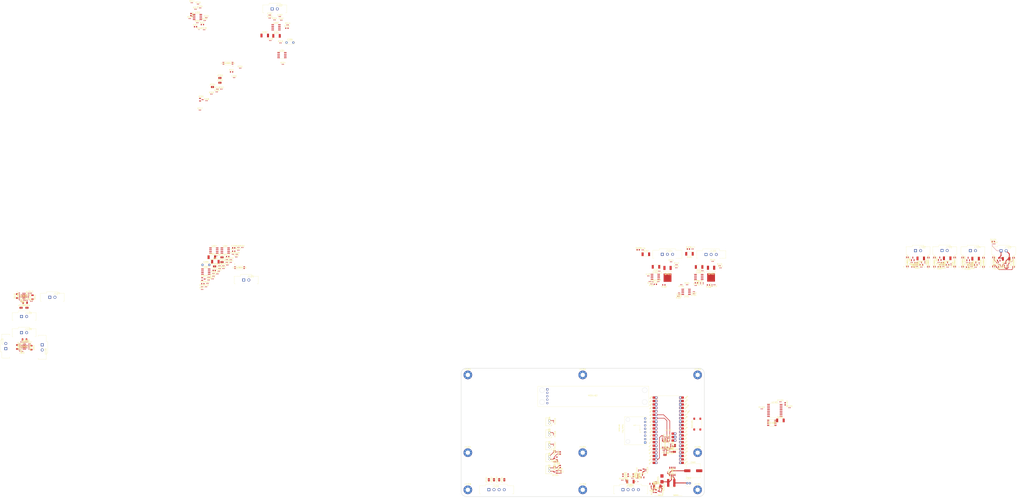
<source format=kicad_pcb>
(kicad_pcb (version 20211014) (generator pcbnew)
  (layers (0 "F.Cu" signal "Front") (31 "B.Cu" signal "Back") (34 "B.Paste" user) (35 "F.Paste" user) (36 "B.SilkS" user "B.Silkscreen") (37 "F.SilkS" user "F.Silkscreen") (38 "B.Mask" user) (39 "F.Mask" user) (44 "Edge.Cuts" user))
  (net 0 "")
  (net 1 "/SNS2/SNSX")
  (net 2 "Net-(C201-Pad2)")
  (net 3 "GND")
  (net 4 "Net-(C202-Pad2)")
  (net 5 "Net-(C203-Pad2)")
  (net 6 "Net-(C204-Pad2)")
  (net 7 "Net-(C205-Pad1)")
  (net 8 "Net-(C205-Pad2)")
  (net 9 "/SNS2/RST")
  (net 10 "Net-(C207-Pad1)")
  (net 11 "Net-(C207-Pad2)")
  (net 12 "/SNS01/SNSX")
  (net 13 "Net-(C301-Pad2)")
  (net 14 "Net-(C302-Pad2)")
  (net 15 "Net-(C303-Pad2)")
  (net 16 "Net-(C304-Pad2)")
  (net 17 "Net-(C305-Pad1)")
  (net 18 "Net-(C305-Pad2)")
  (net 19 "/SNS01/RST")
  (net 20 "Net-(C307-Pad1)")
  (net 21 "Net-(C307-Pad2)")
  (net 22 "Net-(C401-Pad2)")
  (net 23 "Net-(C402-Pad2)")
  (net 24 "Net-(C403-Pad2)")
  (net 25 "Net-(C404-Pad2)")
  (net 26 "Net-(C405-Pad1)")
  (net 27 "Net-(C406-Pad1)")
  (net 28 "Net-(C407-Pad2)")
  (net 29 "Net-(C408-Pad2)")
  (net 30 "Net-(C409-Pad2)")
  (net 31 "Net-(C410-Pad2)")
  (net 32 "5V0")
  (net 33 "/555 Coil/CO")
  (net 34 "/555 Coil/C1")
  (net 35 "P0-0")
  (net 36 "Net-(C601-Pad1)")
  (net 37 "Net-(C601-Pad2)")
  (net 38 "3V3")
  (net 39 "Net-(C603-Pad1)")
  (net 40 "Net-(C603-Pad2)")
  (net 41 "Net-(C604-Pad1)")
  (net 42 "Net-(C604-Pad2)")
  (net 43 "Net-(C605-Pad1)")
  (net 44 "Net-(C605-Pad2)")
  (net 45 "Net-(C607-Pad1)")
  (net 46 "Net-(C607-Pad2)")
  (net 47 "Net-(C608-Pad1)")
  (net 48 "Net-(C608-Pad2)")
  (net 49 "3V3_PI")
  (net 50 "P0-1")
  (net 51 "Net-(D201-Pad1)")
  (net 52 "Net-(D201-Pad2)")
  (net 53 "Net-(D202-Pad1)")
  (net 54 "Net-(D301-Pad1)")
  (net 55 "Net-(D301-Pad2)")
  (net 56 "Net-(D302-Pad1)")
  (net 57 "Net-(D403-Pad2)")
  (net 58 "Net-(D404-Pad2)")
  (net 59 "Net-(D501-Pad1)")
  (net 60 "/Switched outputs/Switched 01/SWITCHED NEG")
  (net 61 "/Switched outputs/Switched 01/SWITCHED POS")
  (net 62 "/Switched outputs/Switched 2/SWITCHED NEG")
  (net 63 "Net-(D901-Pad2)")
  (net 64 "/Switched outputs/Switched 2/SWITCHED POS")
  (net 65 "/Switched outputs/Switched 3/SWITCHED NEG")
  (net 66 "Net-(D1001-Pad2)")
  (net 67 "/Switched outputs/Switched 3/SWITCHED POS")
  (net 68 "/Switched outputs/Switched 4/SWITCHED NEG")
  (net 69 "/Switched outputs/Switched 4/SWITCHED POS")
  (net 70 "Net-(D1301-Pad2)")
  (net 71 "P0-2")
  (net 72 "Net-(D1601-Pad2)")
  (net 74 "/Current Sensor 01/SCL")
  (net 75 "/Current Sensor 01/SDA")
  (net 88 "/Current Sensor 01/420MA_N01A+")
  (net 89 "/Current Sensor 01/420MA_N02A+")
  (net 90 "/Current Sensor 01/420MA_N03B-")
  (net 91 "/Current Sensor 01/420MA_N04B-")
  (net 92 "/Current Sensor 01/420MA_N05B-")
  (net 93 "/Current Sensor 01/420MA_N06B-")
  (net 94 "/Current Sensor 01/420MA_N03A+")
  (net 95 "/Current Sensor 01/420MA_N04A+")
  (net 96 "/Current Sensor 01/420MA_N05A+")
  (net 97 "/Current Sensor 01/420MA_N06A+")
  (net 98 "Net-(JP201-Pad2)")
  (net 99 "Net-(U201-Pad4)")
  (net 100 "Net-(JP203-Pad1)")
  (net 101 "Net-(JP301-Pad2)")
  (net 103 "Net-(JP303-Pad1)")
  (net 104 "RS485_B")
  (net 105 "Net-(Q201-Pad1)")
  (net 106 "Net-(Q301-Pad1)")
  (net 107 "Net-(Q901-Pad1)")
  (net 108 "Net-(Q902-Pad1)")
  (net 109 "Net-(Q1001-Pad1)")
  (net 110 "Net-(Q1002-Pad1)")
  (net 111 "/MCU/GP28")
  (net 112 "/GP06")
  (net 113 "Net-(R201-Pad2)")
  (net 114 "Net-(R203-Pad1)")
  (net 115 "Net-(R207-Pad2)")
  (net 116 "Net-(R208-Pad1)")
  (net 117 "Net-(R213-Pad2)")
  (net 118 "Net-(R214-Pad2)")
  (net 119 "/SNS2/BUF")
  (net 120 "Net-(R218-Pad2)")
  (net 121 "Net-(R222-Pad2)")
  (net 122 "Net-(R224-Pad2)")
  (net 123 "Net-(R226-Pad2)")
  (net 124 "/Current Sensor 01/420MA_N01B-")
  (net 125 "/GP07")
  (net 126 "Net-(R301-Pad2)")
  (net 127 "Net-(R303-Pad1)")
  (net 128 "Net-(R307-Pad2)")
  (net 129 "Net-(R308-Pad1)")
  (net 130 "Net-(R313-Pad2)")
  (net 131 "Net-(R314-Pad2)")
  (net 132 "/SNS01/BUF")
  (net 133 "Net-(R318-Pad2)")
  (net 134 "Net-(R322-Pad2)")
  (net 135 "Net-(R324-Pad2)")
  (net 136 "Net-(R326-Pad2)")
  (net 137 "/Current Sensor 01/420MA_N02B-")
  (net 138 "PO-2")
  (net 139 "Net-(R408-Pad2)")
  (net 140 "Net-(R409-Pad2)")
  (net 141 "Net-(R410-Pad1)")
  (net 142 "Net-(R411-Pad1)")
  (net 143 "/MCU/Ex_P4")
  (net 144 "/MCU/Ex_P0")
  (net 145 "/MCU/Ex_P5")
  (net 146 "Net-(R902-Pad2)")
  (net 147 "/MCU/Ex_P1")
  (net 148 "Net-(R906-Pad1)")
  (net 149 "/MCU/Ex_P6")
  (net 150 "Net-(R1002-Pad2)")
  (net 151 "/MCU/Ex_P2")
  (net 152 "Net-(R1006-Pad1)")
  (net 153 "/MCU/Ex_P7")
  (net 154 "/MCU/Ex_P3")
  (net 155 "/MCU/GP26")
  (net 156 "/MCU/GP27")
  (net 157 "/MCU/GP04")
  (net 158 "/MCU/GP14")
  (net 159 "/MCU/GP05")
  (net 160 "RS485_A")
  (net 161 "/MCU/GP15")
  (net 162 "/MCU/PICORUN")
  (net 163 "Net-(D801-Pad2)")
  (net 164 "Net-(D1101-Pad2)")
  (net 165 "Net-(D1301-Pad1)")
  (net 166 "Net-(D1302-Pad1)")
  (net 167 "Net-(D1302-Pad2)")
  (net 168 "Net-(D1501-Pad2)")
  (net 169 "Net-(D1502-Pad2)")
  (net 170 "Net-(D1604-Pad2)")
  (net 171 "Net-(D1605-Pad2)")
  (net 176 "Net-(JP1402-Pad2)")
  (net 181 "SPI1_TX")
  (net 182 "SPI1_CSN")
  (net 183 "SPI1_SCK")
  (net 184 "Net-(Q801-Pad1)")
  (net 185 "Net-(Q802-Pad1)")
  (net 186 "Net-(Q1101-Pad1)")
  (net 187 "Net-(Q1102-Pad1)")
  (net 188 "Net-(Q1301-Pad1)")
  (net 189 "Net-(Q1302-Pad1)")
  (net 190 "Net-(Q1501-Pad1)")
  (net 191 "Net-(Q1501-Pad3)")
  (net 192 "Net-(Q1502-Pad1)")
  (net 193 "Net-(Q1503-Pad1)")
  (net 194 "Net-(Q1503-Pad3)")
  (net 195 "Net-(R802-Pad2)")
  (net 196 "Net-(R806-Pad1)")
  (net 197 "Net-(R1102-Pad2)")
  (net 198 "Net-(R1106-Pad1)")
  (net 199 "Net-(R1401-Pad2)")
  (net 200 "Net-(R1402-Pad1)")
  (net 201 "Net-(JP1401-Pad1)")
  (net 202 "Net-(JP1403-Pad1)")
  (net 203 "Net-(R1506-Pad2)")
  (net 223 "Net-(J1301-Pad1)")
  (net 224 "Net-(J1302-Pad1)")
  (net 225 "Net-(J1303-Pad1)")
  (net 226 "Net-(J1304-Pad1)")
  (net 227 "Net-(J1305-Pad1)")
  (net 228 "Net-(R801-Pad2)")
  (net 229 "Net-(R901-Pad2)")
  (net 230 "Net-(R1001-Pad2)")
  (net 231 "Net-(R1101-Pad2)")
  (net 232 "Net-(Q401-Pad1)")
  (net 233 "Net-(Q402-Pad1)")
  (net 234 "Net-(U301-Pad4)")
  (footprint "Footprints:MountingHole_3.2mm_M3_Pad_Via" (layer "F.Cu") (at 57.24 -73.9)
    (fp_text reference "H1204")
    (fp_text value "MountingHole_Pad")
  )
  (footprint "Footprints:SOIC-16W_7.5x10.3mm_P1.27mm" (layer "F.Cu") (at 284.33 -105.14)
    (fp_text reference "U1401")
    (fp_text value "PCF8574")
  )
  (footprint "PCB_Library:15EDGVM-3.81-02P-14-00A(H)" (layer "F.Cu") (at -284.605 -150.845 90)
    (fp_text reference "J110")
    (fp_text value "TBP02R1W-381-02BE")
  )
  (footprint "Footprints:R_0402_1005Metric" (layer "F.Cu") (at 427.505 -212.705 180)
    (fp_text reference "R1007")
    (fp_text value "1.5k")
  )
  (footprint "Diode_SMD:D_MELF" (layer "F.Cu") (at 392.31 -217.57 180)
    (fp_text reference "D802")
    (fp_text value "SM4007")
  )
  (footprint "Footprints:C_0402_1005Metric" (layer "F.Cu") (at 237.89 -197.71 90)
    (fp_text reference "C411")
    (fp_text value "100nf")
  )
  (footprint "Package_TO_SOT_SMD:SOT-23" (layer "F.Cu") (at 122.1 -59.64 180)
    (fp_text reference "Q1301")
    (fp_text value "MMBT5551L")
  )
  (footprint "Footprints:R_0402_1005Metric" (layer "F.Cu") (at -136.3 -395.69)
    (fp_text reference "R222")
    (fp_text value "100k")
  )
  (footprint "Footprints:SolderJumper-2_P1.3mm_Open_RoundedPad1.0x1.5mm" (layer "F.Cu") (at -124.63 -214.87)
    (fp_text reference "JP302")
    (fp_text value "SolderJumper_2_Open")
  )
  (footprint "Package_TO_SOT_SMD:SOT-23" (layer "F.Cu") (at 186.49 -56.5 90)
    (fp_text reference "Q1503")
    (fp_text value "MMBT5551L")
  )
  (footprint "Footprints:R_01005_0402Metric" (layer "F.Cu") (at -128.3 -219.37)
    (fp_text reference "R326")
    (fp_text value "22k")
  )
  (footprint "Footprints:LED_0603_1608Metric" (layer "F.Cu") (at 125.6 -73.64 90)
    (fp_text reference "D1302")
    (fp_text value "LED RED")
  )
  (footprint "Footprints:SOIC-8_3.9x4.9mm_P1.27mm" (layer "F.Cu") (at -84.645 -388.585)
    (fp_text reference "U202")
    (fp_text value "MCP6002-xSN")
  )
  (footprint "Footprints:C_0402_1005Metric" (layer "F.Cu") (at -128.04 -206.14)
    (fp_text reference "C301")
    (fp_text value "1nf")
  )
  (footprint "Footprints:C_0402_1005Metric" (layer "F.Cu") (at -267.85025 -189.34 -90)
    (fp_text reference "C605")
    (fp_text value "100nf")
  )
  (footprint "Footprints:R_0402_1005Metric" (layer "F.Cu") (at -137.42 -393.62)
    (fp_text reference "R225")
    (fp_text value "22k")
  )
  (footprint "Footprints:R_0402_1005Metric" (layer "F.Cu") (at 205.595 -85.212 -90)
    (fp_text reference "R1405")
    (fp_text value "10k")
  )
  (footprint "PCB_Library:RPi_Pico_SMD_TH" (layer "F.Cu") (at 205.5 -90.5)
    (fp_text reference "U1402")
    (fp_text value "Pico")
  )
  (footprint "Footprints:C_0402_1005Metric" (layer "F.Cu") (at -267.83025 -191.44 90)
    (fp_text reference "C606")
    (fp_text value "100nf")
  )
  (footprint "Footprints:R_0402_1005Metric" (layer "F.Cu") (at -125.14 -342.8)
    (fp_text reference "R202")
    (fp_text value "10k")
  )
  (footprint "Footprints:C_Elec_10x10.2" (layer "F.Cu") (at 224 -60.5)
    (fp_text reference "C501")
    (fp_text value "470uF")
  )
  (footprint "Footprints:R_0603_1608Metric" (layer "F.Cu") (at 386.535 -211.33)
    (fp_text reference "R801")
    (fp_text value "150R")
  )
  (footprint "Footprints:C_0402_1005Metric" (layer "F.Cu") (at 231.39 -199.3 90)
    (fp_text reference "C410")
    (fp_text value "10nf")
  )
  (footprint "Footprints:R_0402_1005Metric" (layer "F.Cu") (at -272.92475 -155.69 180)
    (fp_text reference "R604")
    (fp_text value "10R")
  )
  (footprint "Footprints:SOIC-8_3.9x4.9mm_P1.27mm" (layer "F.Cu") (at -130.68 -223.42)
    (fp_text reference "U303")
    (fp_text value "LM358")
  )
  (footprint "Footprints:R_0603_1608Metric" (layer "F.Cu") (at 235.27 -197.96 180)
    (fp_text reference "R409")
    (fp_text value "43k")
  )
  (footprint "Footprints:R_0402_1005Metric" (layer "F.Cu") (at -265.66025 -185.85)
    (fp_text reference "R611")
    (fp_text value "10R")
  )
  (footprint "Package_TO_SOT_SMD:SOT-23" (layer "F.Cu") (at 455.28 -213.18 90)
    (fp_text reference "Q1102")
    (fp_text value "AO3401A")
  )
  (footprint "Footprints:C_0402_1005Metric" (layer "F.Cu") (at 230.78 -208.49 180)
    (fp_text reference "C414")
    (fp_text value "1nf")
  )
  (footprint "Footprints:R_0402_1005Metric" (layer "F.Cu") (at -274.25475 -149.54 -90)
    (fp_text reference "R603")
    (fp_text value "10R")
  )
  (footprint "Footprints:LED_0603_1608Metric" (layer "F.Cu") (at 429.345 -214.255 180)
    (fp_text reference "D1001")
    (fp_text value "LED RED")
  )
  (footprint "Footprints:R_0402_1005Metric" (layer "F.Cu") (at -132.5 -339.13)
    (fp_text reference "R209")
    (fp_text value "10k")
  )
  (footprint "Diode_SMD:D_MELF" (layer "F.Cu") (at -93.01 -382.51)
    (fp_text reference "D202")
    (fp_text value "SM4007")
  )
  (footprint "Diode_SMD:D_MELF" (layer "F.Cu") (at 411.86 -217.69 180)
    (fp_text reference "D902")
    (fp_text value "SM4007")
  )
  (footprint "PCB_Library:EL3H7BTA-VG" (layer "F.Cu") (at 446.16 -214.95 90)
    (fp_text reference "U1101")
    (fp_text value "EL3H7BTA-VG")
  )
  (footprint "Footprints:R_0402_1005Metric" (layer "F.Cu") (at 211.61 -212.9)
    (fp_text reference "R412")
    (fp_text value "2.4k")
  )
  (footprint "Footprints:SolderJumper-2_P1.3mm_Open_RoundedPad1.0x1.5mm" (layer "F.Cu") (at 203.095 -72.212)
    (fp_text reference "JP1402")
    (fp_text value "SolderJumper_2_Open")
  )
  (footprint "Footprints:D_SMB" (layer "F.Cu") (at 200.85 -54.5 90)
    (fp_text reference "D501")
    (fp_text value "D_Schottky")
  )
  (footprint "Footprints:MountingHole_3.2mm_M3_Pad_Via" (layer "F.Cu") (at 57.24 -131.4)
    (fp_text reference "H1201")
    (fp_text value "MountingHole_Pad")
  )
  (footprint "Footprints:R_0402_1005Metric" (layer "F.Cu") (at 179 -55)
    (fp_text reference "R1601")
    (fp_text value "22k")
  )
  (footprint "Footprints:C_Rect_L7.0mm_W2.0mm_P5.00mm" (layer "F.Cu") (at -76.88 -377.28)
    (fp_text reference "C206")
    (fp_text value "220nf")
  )
  (footprint "Diode_SMD:D_MELF" (layer "F.Cu") (at 177.5 -52.5 180)
    (fp_text reference "D1602")
    (fp_text value "SM4007")
  )
  (footprint "Footprints:R_0402_1005Metric" (layer "F.Cu") (at -111.2 -358.34)
    (fp_text reference "R201")
    (fp_text value "200R")
  )
  (footprint "Footprints:LED_0603_1608Metric" (layer "F.Cu") (at 446.0075 -230.06)
    (fp_text reference "D1101")
    (fp_text value "LED RED")
  )
  (footprint "Package_TO_SOT_SMD:SOT-23" (layer "F.Cu") (at 197.41125 -45.4125)
    (fp_text reference "Q1502")
    (fp_text value "AO3401A")
  )
  (footprint "Footprints:R_0402_1005Metric" (layer "F.Cu") (at 429.845 -212.745)
    (fp_text reference "R1003")
    (fp_text value "10k")
  )
  (footprint "Footprints:R_0402_1005Metric" (layer "F.Cu") (at -128.05 -342.8)
    (fp_text reference "R212")
    (fp_text value "200R")
  )
  (footprint "PCB_Library:15EDGVM-3.81-02P-14-00A(H)" (layer "F.Cu") (at 408.095 -223.415)
    (fp_text reference "J701")
    (fp_text value "TBP02R1W-381-02BE")
  )
  (footprint "Diode_SMD:D_MELF" (layer "F.Cu") (at 228.33 -211.26 180)
    (fp_text reference "D402")
    (fp_text value "SM4007")
  )
  (footprint "Footprints:C_0402_1005Metric" (layer "F.Cu") (at 205 -59 -90)
    (fp_text reference "C502")
    (fp_text value "1uf")
  )
  (footprint "Footprints:C_0402_1005Metric" (layer "F.Cu") (at 229.42 -199.34 90)
    (fp_text reference "C409")
    (fp_text value "100nf")
  )
  (footprint "Footprints:R_0402_1005Metric" (layer "F.Cu") (at 223.49 -224.56)
    (fp_text reference "R417")
    (fp_text value "200R")
  )
  (footprint "Footprints:R_0402_1005Metric" (layer "F.Cu") (at 295.24 -107.16)
    (fp_text reference "R1401")
    (fp_text value "10k")
  )
  (footprint "Footprints:C_0402_1005Metric" (layer "F.Cu") (at 213.49 -192.08 180)
    (fp_text reference "C404")
    (fp_text value "10nf")
  )
  (footprint "Footprints:R_0402_1005Metric" (layer "F.Cu") (at 446.64 -228.34)
    (fp_text reference "R1103")
    (fp_text value "10k")
  )
  (footprint "Footprints:R_0402_1005Metric" (layer "F.Cu") (at 123.1 -67.14 180)
    (fp_text reference "R1308")
    (fp_text value "2.4k")
  )
  (footprint "Footprints:R_0402_1005Metric" (layer "F.Cu") (at -274.49025 -191.57 90)
    (fp_text reference "R617")
    (fp_text value "10R")
  )
  (footprint "Footprints:R_0402_1005Metric" (layer "F.Cu") (at -134.49 -203.58)
    (fp_text reference "R316")
    (fp_text value "1M")
  )
  (footprint "Footprints:R_0402_1005Metric" (layer "F.Cu") (at -137.88 -386.79)
    (fp_text reference "R228")
    (fp_text value "47R")
  )
  (footprint "Footprints:SOIC127P599X175-8N" (layer "F.Cu") (at 195.96 -203.94)
    (fp_text reference "U402")
    (fp_text value "NE555DR")
  )
  (footprint "Footprints:MountingHole_3.2mm_M3_Pad_Via" (layer "F.Cu") (at 142.24 -131.4)
    (fp_text reference "H1202")
    (fp_text value "MountingHole_Pad")
  )
  (footprint "Footprints:R_0402_1005Metric" (layer "F.Cu") (at -142.91 -391.99)
    (fp_text reference "R223")
    (fp_text value "100k")
  )
  (footprint "PCB_Library:15EDGVM-3.81-02P-14-00A(H)" (layer "F.Cu") (at -252.06025 -188.8525)
    (fp_text reference "J107")
    (fp_text value "TBP02R1W-381-02BE")
  )
  (footprint "Footprints:R_0402_1005Metric" (layer "F.Cu") (at 449.21 -214.33 180)
    (fp_text reference "R1102")
    (fp_text value "2.4k")
  )
  (footprint "Footprints:SOIC-8_3.9x4.9mm_P1.27mm" (layer "F.Cu") (at -136.61 -207.8)
    (fp_text reference "U302")
    (fp_text value "MCP6002-xSN")
  )
  (footprint "Footprints:R_0402_1005Metric" (layer "F.Cu") (at 457.74 -214.55 -90)
    (fp_text reference "R1106")
    (fp_text value "10k")
  )
  (footprint "Diode_SMD:D_MELF" (layer "F.Cu") (at 197.41125 -48.9125)
    (fp_text reference "D1501")
    (fp_text value "SM4007")
  )
  (footprint "Diode_SMD:D_MELF" (layer "F.Cu") (at -132.145 -218.52)
    (fp_text reference "D301")
    (fp_text value "SM4007")
  )
  (footprint "PCB_Library:15EDGVM-3.81-02P-14-00A(H)" (layer "F.Cu") (at 388.425 -223.335)
    (fp_text reference "J702")
    (fp_text value "TBP02R1W-381-02BE")
  )
  (footprint "Package_TO_SOT_SMD:SOT-23" (layer "F.Cu") (at -138.39 -202.35)
    (fp_text reference "Q301")
    (fp_text value "AO3401A")
  )
  (footprint "Footprints:R_0402_1005Metric" (layer "F.Cu") (at 429.905 -211.515 180)
    (fp_text reference "R1005")
    (fp_text value "10k")
  )
  (footprint "Footprints:R_1206_3216Metric" (layer "F.Cu") (at -276.21025 -189.7475 90)
    (fp_text reference "R618")
    (fp_text value "20R")
  )
  (footprint "Footprints:R_0402_1005Metric" (layer "F.Cu") (at -123.57 -210.11)
    (fp_text reference "R302")
    (fp_text value "10k")
  )
  (footprint "Footprints:R_0402_1005Metric" (layer "F.Cu") (at 435.545 -214.045 -90)
    (fp_text reference "R1006")
    (fp_text value "10k")
  )
  (footprint "Footprints:C_0603_1608Metric" (layer "F.Cu") (at -130.38 -208.69)
    (fp_text reference "C307")
    (fp_text value "470pf")
  )
  (footprint "Footprints:R_0603_1608Metric" (layer "F.Cu") (at -139.125 -390.59)
    (fp_text reference "R227")
    (fp_text value "100R")
  )
  (footprint "Footprints:R_0402_1005Metric" (layer "F.Cu") (at 120.6 -97.14 -90)
    (fp_text reference "R1310")
    (fp_text value "2.4k")
  )
  (footprint "PCB_Library:SOIC127P600X175-8N" (layer "F.Cu") (at 282.125 -95.94)
    (fp_text reference "IC1401")
    (fp_text value "MB85RC64VPNF-G-JNERE1" hide)
  )
  (footprint "Footprints:L_6.0x6.0_4.5" (layer "F.Cu") (at 207.85 -51.5)
    (fp_text reference "L501")
    (fp_text value "68uH")
  )
  (footprint "Footprints:R_0402_1005Metric" (layer "F.Cu") (at -128.49 -340.81)
    (fp_text reference "R205")
    (fp_text value "10k")
  )
  (footprint "PCB_Library:EL3H7BTA-VG" (layer "F.Cu") (at 438.78 -214.76 90)
    (fp_text reference "U1002")
    (fp_text value "EL3H7BTA-VG")
  )
  (footprint "Footprints:R_0402_1005Metric" (layer "F.Cu") (at 389.41 -212.9)
    (fp_text reference "R803")
    (fp_text value "10k")
  )
  (footprint "Footprints:R_0402_1005Metric" (layer "F.Cu") (at 387.27 -212.89 180)
    (fp_text reference "R807")
    (fp_text value "1.5k")
  )
  (footprint "PCB_Library:EL3H7BTA-VG" (layer "F.Cu") (at 417.46 -214.92 90)
    (fp_text reference "U902")
    (fp_text value "EL3H7BTA-VG")
  )
  (footprint "Footprints:C_0402_1005Metric" (layer "F.Cu") (at -274.22475 -151.88 90)
    (fp_text reference "C601")
    (fp_text value "100nf")
  )
  (footprint "PCB_Library:15EDGVM-3.81-02P-14-00A(H)" (layer "F.Cu") (at -272.97025 -174.6225)
    (fp_text reference "J103")
    (fp_text value "TBP02R1W-381-02BE")
  )
  (footprint "Footprints:LED_0603_1608Metric" (layer "F.Cu") (at 200.91125 -48.2 -90)
    (fp_text reference "D1502")
    (fp_text value "LED RED")
  )
  (footprint "Footprints:R_0402_1005Metric" (layer "F.Cu") (at 125.59 -60.64)
    (fp_text reference "R1301")
    (fp_text value "10k")
  )
  (footprint "Footprints:C_0603_1608Metric" (layer "F.Cu") (at -147.68 -398.02 -90)
    (fp_text reference "C205")
    (fp_text value "470pf")
  )
  (footprint "PCB_Library:15EDGVM-3.81-03P-14-00A(H)" (layer "F.Cu") (at 233.47 -220.495)
    (fp_text reference "J105")
    (fp_text value "TBP02R1W-381-03BE")
  )
  (footprint "PCB_Library:EL3H7BTA-VG" (layer "F.Cu") (at 461.01 -214.74 90)
    (fp_text reference "U1102")
    (fp_text value "EL3H7BTA-VG")
  )
  (footprint "Footprints:R_0402_1005Metric" (layer "F.Cu") (at -123.57 -212.1)
    (fp_text reference "R324")
    (fp_text value "10k")
  )
  (footprint "PCB_Library:EL3H7BTA-VG" (layer "F.Cu") (at 402.4025 -214.8661 90)
    (fp_text reference "U901")
    (fp_text value "EL3H7BTA-VG")
  )
  (footprint "Jumper:SolderJumper-2_P1.3mm_Bridged_RoundedPad1.0x1.5mm" (layer "F.Cu") (at 210 -74.5)
    (fp_text reference "JP1403")
    (fp_text value "SolderJumper_2_Bridged")
  )
  (footprint "Footprints:R_0402_1005Metric" (layer "F.Cu") (at -140.95 -327.32)
    (fp_text reference "R217")
    (fp_text value "6.8k")
  )
  (footprint "Footprints:R_0603_1608Metric" (layer "F.Cu") (at -76.615 -387.9)
    (fp_text reference "R220")
    (fp_text value "150R")
  )
  (footprint "Footprints:R_0402_1005Metric" (layer "F.Cu") (at 206.095 -75.712)
    (fp_text reference "R1406")
    (fp_text value "22k")
  )
  (footprint "PCB_Library:EL3H7BTA-VG" (layer "F.Cu") (at 423.35 -214.88 90)
    (fp_text reference "U1001")
    (fp_text value "EL3H7BTA-VG")
  )
  (footprint "Footprints:R_0402_1005Metric" (layer "F.Cu") (at -134.49 -201.59)
    (fp_text reference "R308")
    (fp_text value "1.2k")
  )
  (footprint "Footprints:C_Radial_D5.0mm_H11.0mm_P2.00mm" (layer "F.Cu") (at 219.51 -51.33)
    (fp_text reference "C503")
    (fp_text value "180uF")
  )
  (footprint "Footprints:R_0402_1005Metric" (layer "F.Cu") (at 395.31 -214.8 -90)
    (fp_text reference "R806")
    (fp_text value "10k")
  )
  (footprint "Footprints:C_0402_1005Metric" (layer "F.Cu") (at 225.86 -197.59)
    (fp_text reference "C406")
    (fp_text value "10nf")
  )
  (footprint "Footprints:SOIC-8_3.9x4.9mm_P1.27mm" (layer "F.Cu") (at -80.29 -367.99)
    (fp_text reference "U204")
    (fp_text value "MCP6002-xSN")
  )
  (footprint "Footprints:C_Rect_L7.0mm_W2.0mm_P5.00mm" (layer "F.Cu") (at -139.06 -212.8)
    (fp_text reference "C306")
    (fp_text value "220nf")
  )
  (footprint "PCB_Library:SHDR2W50P0X200_1X2_590X450X600P" (layer "F.Cu") (at 117.6 -88.765 90)
    (fp_text reference "J1303")
    (fp_text value "B2B-PH-K-S_LF__SN_" hide)
  )
  (footprint "Footprints:R_0402_1005Metric" (layer "F.Cu") (at 200.41125 -45.4125 -90)
    (fp_text reference "R1505")
    (fp_text value "10k")
  )
  (footprint "Footprints:C_0402_1005Metric" (layer "F.Cu") (at -270.90475 -155.69)
    (fp_text reference "C603")
    (fp_text value "100nf")
  )
  (footprint "Footprints:R_0402_1005Metric" (layer "F.Cu") (at 120.6 -74.65 -90)
    (fp_text reference "R1311")
    (fp_text value "2.4k")
  )
  (footprint "Footprints:SOIC127P600X175-8N" (layer "F.Cu") (at 208.5 -60 90)
    (fp_text reference "IC501")
    (fp_text value "XL1509-5.0E1" hide)
  )
  (footprint "PCB_Library:NJVMJD122T4GVF01" (layer "F.Cu") (at 237.19 -205.122 180)
    (fp_text reference "Q402")
    (fp_text value "NJVMJD122T4G-VF01" hide)
  )
  (footprint "Footprints:R_0402_1005Metric" (layer "F.Cu") (at -267.01475 -154.46)
    (fp_text reference "R607")
    (fp_text value "10R")
  )
  (footprint "Diode_SMD:D_MELF" (layer "F.Cu") (at 196.45 -211.37 180)
    (fp_text reference "D401")
    (fp_text value "SM4007")
  )
  (footprint "PCB_Library:15EDGVM-3.81-02P-14-00A(H)" (layer "F.Cu") (at -108.59 -201.62)
    (fp_text reference "J101")
    (fp_text value "TBP02R1W-381-02BE")
  )
  (footprint "Footprints:R_0402_1005Metric" (layer "F.Cu") (at 191.91 -200.5 180)
    (fp_text reference "R407")
    (fp_text value "470k")
  )
  (footprint "Footprints:R_1206_3216Metric" (layer "F.Cu") (at -276.11475 -152.06 -90)
    (fp_text reference "R601")
    (fp_text value "20R")
  )
  (footprint "PCB_Library:SHDR2W50P0X200_1X2_590X450X600P" (layer "F.Cu") (at 117.65 -97.64 90)
    (fp_text reference "J1304")
    (fp_text value "B2B-PH-K-S_LF__SN_" hide)
  )
  (footprint "Footprints:R_0402_1005Metric" (layer "F.Cu") (at 120.6 -63.14 -90)
    (fp_text reference "R1305")
    (fp_text value "2.4k")
  )
  (footprint "Footprints:R_0402_1005Metric" (layer "F.Cu") (at -136.47 -196.62)
    (fp_text reference "R318")
    (fp_text value "22k")
  )
  (footprint "Footprints:R_0402_1005Metric" (layer "F.Cu") (at 408.87 -212.96)
    (fp_text reference "R903")
    (fp_text value "10k")
  )
  (footprint "Footprints:R_0402_1005Metric" (layer "F.Cu") (at 455.28 -210.53)
    (fp_text reference "R1104")
    (fp_text value "2.4k")
  )
  (footprint "Footprints:SolderJumper-2_P1.3mm_Open_RoundedPad1.0x1.5mm" (layer "F.Cu") (at -126.2 -347.56)
    (fp_text reference "JP202")
    (fp_text value "SolderJumper_2_Open")
  )
  (footprint "Footprints:R_0402_1005Metric" (layer "F.Cu") (at -126.48 -210.11)
    (fp_text reference "R312")
    (fp_text value "200R")
  )
  (footprint "Footprints:R_0402_1005Metric" (layer "F.Cu") (at 207 -74.5 180)
    (fp_text reference "R1409")
    (fp_text value "10k")
  )
  (footprint "Footprints:SOT-23" (layer "F.Cu") (at 449.99 -216.94 90)
    (fp_text reference "Q1101")
    (fp_text value "AO3400A")
  )
  (footprint "Footprints:R_0402_1005Metric" (layer "F.Cu") (at 121.1 -67.14)
    (fp_text reference "R1307")
    (fp_text value "10k")
  )
  (footprint "Footprints:R_0402_1005Metric" (layer "F.Cu") (at -130.93 -206.44)
    (fp_text reference "R309")
    (fp_text value "10k")
  )
  (footprint "PCB_Library:GY-521" (layer "F.Cu") (at 189.66175 -79.61575 90)
    (fp_text reference "MOD1401")
    (fp_text value "GY-521")
    (fp_circle (center 2.54 -13.97) (end 4.039997 -13.97) (layer "Edge.Cuts") (width 0.12) (fill none))
    (fp_circle (center 18.796 -13.97) (end 20.295997 -13.97) (layer "Edge.Cuts") (width 0.12) (fill none))
  )
  (footprint "Footprints:R_0603_1608Metric" (layer "F.Cu") (at 195.955 -198.45)
    (fp_text reference "R405")
    (fp_text value "43k")
  )
  (footprint "Footprints:R_0402_1005Metric" (layer "F.Cu") (at -267.48475 -150.96 -90)
    (fp_text reference "R608")
    (fp_text value "10R")
  )
  (footprint "Footprints:R_0402_1005Metric" (layer "F.Cu") (at -131.58 -202.46)
    (fp_text reference "R323")
    (fp_text value "100k")
  )
  (footprint "Footprints:R_0402_1005Metric" (layer "F.Cu") (at -274.22475 -153.9 90)
    (fp_text reference "R602")
    (fp_text value "10R")
  )
  (footprint "Footprints:C_0402_1005Metric" (layer "F.Cu") (at 239.68 -198.12 180)
    (fp_text reference "C412")
    (fp_text value "100nf")
  )
  (footprint "Footprints:R_0402_1005Metric" (layer "F.Cu") (at 125.59 -58.64)
    (fp_text reference "R1303")
    (fp_text value "2.4k")
  )
  (footprint "Footprints:R_0402_1005Metric" (layer "F.Cu") (at 213.01 -189.54 180)
    (fp_text reference "R402")
    (fp_text value "4.7k")
  )
  (footprint "Footprints:R_0402_1005Metric" (layer "F.Cu") (at 405.59 -214.7 180)
    (fp_text reference "R902")
    (fp_text value "2.4k")
  )
  (footprint "Footprints:R_0603_1608Metric" (layer "F.Cu") (at 449.08 -211.3 180)
    (fp_text reference "R1101")
    (fp_text value "150R")
  )
  (footprint "Footprints:R_0402_1005Metric" (layer "F.Cu") (at 120.6 -79.64 -90)
    (fp_text reference "R1302")
    (fp_text value "2.4k")
  )
  (footprint "Footprints:R_0402_1005Metric" (layer "F.Cu") (at -274.40025 -187.4 -90)
    (fp_text reference "R616")
    (fp_text value "10R")
  )
  (footprint "Footprints:R_0603_1608Metric" (layer "F.Cu") (at -138.83 -198.87)
    (fp_text reference "R327")
    (fp_text value "100R")
  )
  (footprint "Footprints:R_0603_1608Metric" (layer "F.Cu") (at -120.45 -218.94)
    (fp_text reference "R320")
    (fp_text value "150R")
  )
  (footprint "Footprints:C_0402_1005Metric" (layer "F.Cu") (at 288.5 -111.5)
    (fp_text reference "C1401")
    (fp_text value "100nF")
  )
  (footprint "Footprints:SolderJumper-2_P1.3mm_Open_RoundedPad1.0x1.5mm" (layer "F.Cu") (at 80.405 -53.825 90)
    (fp_text reference "JP103")
    (fp_text value "SolderJumper_2_Open")
  )
  (footprint "PCB_Library:SHDR2W50P0X200_1X2_590X450X600P" (layer "F.Cu") (at 117.65 -62.14 90)
    (fp_text reference "J1302")
    (fp_text value "B2B-PH-K-S_LF__SN_" hide)
  )
  (footprint "Footprints:R_0402_1005Metric" (layer "F.Cu") (at 274.74 -106.3)
    (fp_text reference "R1402")
    (fp_text value "2.4k")
  )
  (footprint "Footprints:R_0402_1005Metric" (layer "F.Cu") (at -80.825 -393.815)
    (fp_text reference "R207")
    (fp_text value "10k")
  )
  (footprint "Footprints:SolderJumper-2_P1.3mm_Open_RoundedPad1.0x1.5mm" (layer "F.Cu") (at -131.68 -344.41)
    (fp_text reference "JP201")
    (fp_text value "SolderJumper_2_Open")
  )
  (footprint "Footprints:SOIC127P599X175-8N" (layer "F.Cu") (at 218.705 -192.87 180)
    (fp_text reference "U401")
    (fp_text value "NE555DR")
  )
  (footprint "Footprints:R_0402_1005Metric" (layer "F.Cu") (at -142.38 -405.74)
    (fp_text reference "R216")
    (fp_text value "1M")
  )
  (footprint "PCB_Library:15EDGVM-3.81-02P-14-00A(H)" (layer "F.Cu") (at -87.505 -402.185)
    (fp_text reference "J102")
    (fp_text value "TBP02R1W-381-02BE")
  )
  (footprint "Footprints:R_1206_3216Metric" (layer "F.Cu") (at -270.73475 -157.58 180)
    (fp_text reference "R605")
    (fp_text value "20R")
  )
  (footprint "Footprints:SolderJumper-2_P1.3mm_Open_RoundedPad1.0x1.5mm" (layer "F.Cu") (at 76.595 -53.825 90)
    (fp_text reference "JP102")
    (fp_text value "SolderJumper_2_Open")
  )
  (footprint "Package_TO_SOT_SMD:SOT-23" (layer "F.Cu") (at -139.96 -335.04)
    (fp_text reference "Q201")
    (fp_text value "AO3401A")
  )
  (footprint "Footprints:R_0402_1005Metric" (layer "F.Cu") (at -113.64 -220.63)
    (fp_text reference "R328")
    (fp_text value "47R")
  )
  (footprint "Footprints:SOT-23" (layer "F.Cu") (at 427.375 -217.155 90)
    (fp_text reference "Q1001")
    (fp_text value "AO3400A")
  )
  (footprint "PCB_Library:EL3H7BTA-VG" (layer "F.Cu") (at -111.61 -210.78)
    (fp_text reference "U301")
    (fp_text value "EL3H7BTA-VG")
  )
  (footprint "Footprints:R_0402_1005Metric" (layer "F.Cu") (at -136.06 -334.28)
    (fp_text reference "R208")
    (fp_text value "1.2k")
  )
  (footprint "Footprints:R_0402_1005Metric" (layer "F.Cu") (at -126.48 -212.1)
    (fp_text reference "R304")
    (fp_text value "220k")
  )
  (footprint "Footprints:C_0402_1005Metric" (layer "F.Cu") (at -120.68 -212.7)
    (fp_text reference "C302")
    (fp_text value "1nf")
  )
  (footprint "Package_TO_SOT_SMD:SOT-23" (layer "F.Cu") (at 412.12 -213.78 90)
    (fp_text reference "Q902")
    (fp_text value "AO3401A")
  )
  (footprint "Footprints:R_0402_1005Metric" (layer "F.Cu") (at 202.095 -75.712)
    (fp_text reference "R1407")
    (fp_text value "22k")
  )
  (footprint "Footprints:R_0402_1005Metric" (layer "F.Cu") (at 203.595 -85.212 -90)
    (fp_text reference "R1404")
    (fp_text value "10k")
  )
  (footprint "Footprints:C_0603_1608Metric" (layer "F.Cu") (at 292 -110 -90)
    (fp_text reference "C1403")
    (fp_text value "10uf")
  )
  (footprint "Footprints:R_0402_1005Metric" (layer "F.Cu") (at 171.5 -53.5)
    (fp_text reference "R1603")
    (fp_text value "22k")
  )
  (footprint "Footprints:LED_0603_1608Metric" (layer "F.Cu") (at 408.2875 -214.44 180)
    (fp_text reference "D901")
    (fp_text value "LED RED")
  )
  (footprint "Footprints:SOIC-8_3.9x4.9mm_P1.27mm" (layer "F.Cu") (at -142.79 -396.18)
    (fp_text reference "U203")
    (fp_text value "LM358")
  )
  (footprint "Footprints:C_0402_1005Metric" (layer "F.Cu") (at 224.56 -191.48 180)
    (fp_text reference "C401")
    (fp_text value "100nf")
  )
  (footprint "Footprints:R_0402_1005Metric" (layer "F.Cu") (at 182.49 -55)
    (fp_text reference "R1506")
    (fp_text value "22k")
  )
  (footprint "Footprints:MountingHole_3.2mm_M3_Pad_Via" (layer "F.Cu") (at 142.24 -73.9)
    (fp_text reference "H1205")
    (fp_text value "MountingHole_Pad")
  )
  (footprint "Footprints:R_0402_1005Metric" (layer "F.Cu") (at 389.4 -211.66 180)
    (fp_text reference "R805")
    (fp_text value "10k")
  )
  (footprint "Footprints:C_0402_1005Metric" (layer "F.Cu") (at 224.53 -192.99 180)
    (fp_text reference "C402")
    (fp_text value "10nf")
  )
  (footprint "Footprints:R_0402_1005Metric" (layer "F.Cu") (at -148.48 -395.03)
    (fp_text reference "R221")
    (fp_text value "10k")
  )
  (footprint "Diode_SMD:D_MELF" (layer "F.Cu") (at 455.45 -217.27 180)
    (fp_text reference "D1102")
    (fp_text value "SM4007")
  )
  (footprint "Footprints:R_0402_1005Metric" (layer "F.Cu") (at 120.6 -87.64 -90)
    (fp_text reference "R1306")
    (fp_text value "1.2k")
  )
  (footprint "Footprints:R_0402_1005Metric" (layer "F.Cu") (at -116.55 -220.63)
    (fp_text reference "R322")
    (fp_text value "100k")
  )
  (footprint "Footprints:C_0402_1005Metric" (layer "F.Cu") (at -272.52475 -148.79 180)
    (fp_text reference "C602")
    (fp_text value "100nf")
  )
  (footprint "Footprints:R_0402_1005Metric" (layer "F.Cu") (at -268.85475 -155.69)
    (fp_text reference "R606")
    (fp_text value "10R")
  )
  (footprint "Footprints:R_0402_1005Metric" (layer "F.Cu") (at -89.315 -395.355)
    (fp_text reference "R203")
    (fp_text value "10k")
  )
  (footprint "Footprints:LED_0603_1608Metric" (layer "F.Cu") (at 388.82 -214.39 180)
    (fp_text reference "D801")
    (fp_text value "LED RED")
  )
  (footprint "Footprints:R_0402_1005Metric" (layer "F.Cu") (at -121 -214.7)
    (fp_text reference "R313")
    (fp_text value "100k")
  )
  (footprint "Footprints:R_0402_1005Metric" (layer "F.Cu") (at 385.68 -214.64 180)
    (fp_text reference "R802")
    (fp_text value "2.4k")
  )
  (footprint "Footprints:R_0402_1005Metric" (layer "F.Cu") (at 201.095 -85.212 -90)
    (fp_text reference "R1403")
    (fp_text value "10k")
  )
  (footprint "Footprints:R_0402_1005Metric" (layer "F.Cu") (at 412.17 -211.1)
    (fp_text reference "R904")
    (fp_text value "2.4k")
  )
  (footprint "Footprints:SOT-23" (layer "F.Cu") (at 406.36 -217.37 90)
    (fp_text reference "Q901")
    (fp_text value "AO3400A")
  )
  (footprint "Footprints:R_0402_1005Metric" (layer "F.Cu") (at 450.35 -212.94 180)
    (fp_text reference "R1107")
    (fp_text value "1.5k")
  )
  (footprint "Footprints:R_0402_1005Metric" (layer "F.Cu") (at -139.38 -196.62)
    (fp_text reference "R315")
    (fp_text value "220k")
  )
  (footprint "Footprints:SOIC-8_3.9x4.9mm_P1.27mm" (layer "F.Cu") (at -122.23 -223.42)
    (fp_text reference "U304")
    (fp_text value "MCP6002-xSN")
  )
  (footprint "Footprints:C_0402_1005Metric" (layer "F.Cu") (at -89.265 -397.595)
    (fp_text reference "C201")
    (fp_text value "1nf")
  )
  (footprint "Footprints:C_0402_1005Metric" (layer "F.Cu") (at 194.13 -200.28)
    (fp_text reference "C405")
    (fp_text value "10nf")
  )
  (footprint "Diode_SMD:D_MELF" (layer "F.Cu") (at -129.525 -215.17)
    (fp_text reference "D302")
    (fp_text value "SM4007")
  )
  (footprint "Footprints:MountingHole_3.2mm_M3_Pad_Via" (layer "F.Cu") (at 227.24 -131.4)
    (fp_text reference "H1203")
    (fp_text value "MountingHole_Pad")
  )
  (footprint "PCB_Library:NJVMJD122T4GVF01" (layer "F.Cu") (at 204.98 -204.992 180)
    (fp_text reference "Q401")
    (fp_text value "NJVMJD122T4G-VF01" hide)
  )
  (footprint "Footprints:SolderJumper-2_P1.3mm_Open_RoundedPad1.0x1.5mm" (layer "F.Cu") (at 72.785 -53.825 90)
    (fp_text reference "JP101")
    (fp_text value "SolderJumper_2_Open")
  )
  (footprint "Footprints:R_1206_3216Metric" (layer "F.Cu") (at -265.74475 -151.57 -90)
    (fp_text reference "R609")
    (fp_text value "20R")
  )
  (footprint "Footprints:LED_0603_1608Metric" (layer "F.Cu") (at 172 -57.2125 -90)
    (fp_text reference "D1605")
    (fp_text value "LED RED")
  )
  (footprint "Footprints:SOIC127P600X175-8N 2" (layer "F.Cu") (at 203.095 -80.212 -90)
    (fp_text reference "U1403")
    (fp_text value "MAX3485" hide)
  )
  (footprint "Footprints:C_0402_1005Metric" (layer "F.Cu") (at -118.11 -214.67)
    (fp_text reference "C304")
    (fp_text value "10nf")
  )
  (footprint "Footprints:SolderJumper-2_P1.3mm_Open_RoundedPad1.0x1.5mm" (layer "F.Cu") (at -130.11 -211.72)
    (fp_text reference "JP301")
    (fp_text value "SolderJumper_2_Open")
  )
  (footprint "Footprints:R_0603_1608Metric" (layer "F.Cu") (at 406.03 -211.45 180)
    (fp_text reference "R901")
    (fp_text value "150R")
  )
  (footprint "Diode_SMD:D_MELF" (layer "F.Cu") (at 288.5 -97.74)
    (fp_text reference "D1501")
    (fp_text value "SM4007")
  )
  (footprint "Footprints:R_01005_0402Metric" (layer "F.Cu") (at -141.71 -386.9)
    (fp_text reference "R226")
    (fp_text value "22k")
  )
  (footprint "Footprints:R_0402_1005Metric" (layer "F.Cu") (at 183.48 -56.5 180)
    (fp_text reference "R1508")
    (fp_text value "2.4k")
  )
  (footprint "Footprints:R_0402_1005Metric" (layer "F.Cu") (at 193.91125 -46.9125 180)
    (fp_text reference "R1504")
    (fp_text value "10k")
  )
  (footprint "Footprints:MountingHole_3.2mm_M3_Pad_Via" (layer "F.Cu") (at 142.24 -46.4)
    (fp_text reference "H1209")
    (fp_text value "MountingHole_Pad")
  )
  (footprint "Footprints:R_0402_1005Metric" (layer "F.Cu") (at -144.24 -401.95)
    (fp_text reference "R215")
    (fp_text value "220k")
  )
  (footprint "Package_TO_SOT_SMD:SOT-23" (layer "F.Cu") (at 122.1 -69.64 180)
    (fp_text reference "Q1302")
    (fp_text value "MMBT5551L")
  )
  (footprint "Footprints:SolderJumper-2_P1.3mm_Open_RoundedPad1.0x1.5mm" (layer "F.Cu") (at -273.3 -181.08)
    (fp_text reference "JP105")
    (fp_text value "SolderJumper_2_Open")
  )
  (footprint "Footprints:R_0402_1005Metric" (layer "F.Cu") (at 194.41125 -44.9225 90)
    (fp_text reference "R1503")
    (fp_text value "2.4k")
  )
  (footprint "PCB_Library:EL3H7BTA-VG" (layer "F.Cu") (at 382.3825 -215.0061 90)
    (fp_text reference "U801")
    (fp_text value "EL3H7BTA-VG")
  )
  (footprint "Footprints:R_0402_1005Metric" (layer "F.Cu") (at 122.1 -74.65 90)
    (fp_text reference "R1309")
    (fp_text value "10k")
  )
  (footprint "Diode_SMD:D_MELF" (layer "F.Cu") (at 221.22 -220.98 180)
    (fp_text reference "D101")
    (fp_text value "SM4007")
  )
  (footprint "Footprints:R_0603_1608Metric" (layer "F.Cu") (at -116 -222.88)
    (fp_text reference "R311")
    (fp_text value "150R")
  )
  (footprint "Footprints:R_0402_1005Metric" (layer "F.Cu") (at -135.37 -199.13)
    (fp_text reference "R321")
    (fp_text value "10k")
  )
  (footprint "Footprints:SW_SPST_PTS645" (layer "F.Cu") (at 227 -95 90)
    (fp_text reference "SW1401")
    (fp_text value "SW_MEC_5E")
  )
  (footprint "PCB_Library:SHDR2W50P0X200_1X2_590X450X600P" (layer "F.Cu") (at 117.65 -79.89 90)
    (fp_text reference "J1301")
    (fp_text value "B2B-PH-K-S_LF__SN_" hide)
  )
  (footprint "PCB_Library:15EDGVM-3.81-02P-14-00A(H)" (layer "F.Cu") (at -257.63 -153.68 -90)
    (fp_text reference "J108")
    (fp_text value "TBP02R1W-381-02BE")
  )
  (footprint "Footprints:LED_0603_1608Metric" (layer "F.Cu") (at 125.6 -63.64 90)
    (fp_text reference "D1301")
    (fp_text value "LED RED")
  )
  (footprint "Footprints:R_0402_1005Metric" (layer "F.Cu") (at 122.1 -63.15 90)
    (fp_text reference "R1304")
    (fp_text value "10k")
  )
  (footprint "Footprints:R_0402_1005Metric" (layer "F.Cu") (at 243.41 -212.2)
    (fp_text reference "R413")
    (fp_text value "2.4k")
  )
  (footprint "Footprints:R_0402_1005Metric" (layer "F.Cu") (at -273.30025 -186.12 -90)
    (fp_text reference "R615")
    (fp_text value "10R")
  )
  (footprint "Jumper:SolderJumper-2_P1.3mm_Bridged_RoundedPad1.0x1.5mm" (layer "F.Cu") (at 210.5 -79.15 90)
    (fp_text reference "JP1401")
    (fp_text value "SolderJumper_2_Bridged")
  )
  (footprint "PCB_Library:EL3H7BTA-VG" (layer "F.Cu") (at 397.8725 -214.8461 90)
    (fp_text reference "U802")
    (fp_text value "EL3H7BTA-VG")
  )
  (footprint "Footprints:R_0402_1005Metric" (layer "F.Cu") (at 408.85 -211.69 180)
    (fp_text reference "R905")
    (fp_text value "10k")
  )
  (footprint "Footprints:C_0402_1005Metric" (layer "F.Cu") (at -114.1 -218.65)
    (fp_text reference "C303")
    (fp_text value "10nf")
  )
  (footprint "Footprints:MountingHole_3.2mm_M3_Pad_Via" (layer "F.Cu") (at 227.24 -73.9)
    (fp_text reference "H1206")
    (fp_text value "MountingHole_Pad")
  )
  (footprint "Footprints:R_0402_1005Metric" (layer "F.Cu") (at 207.595 -78.712 180)
    (fp_text reference "R1408")
    (fp_text value "10k")
  )
  (footprint "Footprints:R_0402_1005Metric" (layer "F.Cu") (at -146.94 -406.76)
    (fp_text reference "R214")
    (fp_text value "220k")
  )
  (footprint "Diode_SMD:D_MELF" (layer "F.Cu") (at 188.95 -220.69)
    (fp_text reference "D102")
    (fp_text value "SM4007")
  )
  (footprint "Footprints:C_0402_1005Metric" (layer "F.Cu") (at 215.08 -198.14 180)
    (fp_text reference "C403")
    (fp_text value "10nf")
  )
  (footprint "Footprints:C_0402_1005Metric" (layer "F.Cu") (at -115.67 -351.34)
    (fp_text reference "C203")
    (fp_text value "10nf")
  )
  (footprint "Footprints:R_0402_1005Metric" (layer "F.Cu") (at -88.96 -378.78)
    (fp_text reference "R218")
    (fp_text value "22k")
  )
  (footprint "Footprints:R_0402_1005Metric" (layer "F.Cu") (at -269.06025 -186.6)
    (fp_text reference "R613")
    (fp_text value "10R")
  )
  (footprint "PCB_Library:SHDR2W50P0X200_1X2_590X450X600P" (layer "F.Cu") (at 117.65 -71.015 90)
    (fp_text reference "J1305")
    (fp_text value "B2B-PH-K-S_LF__SN_" hide)
  )
  (footprint "Footprints:R_0402_1005Metric" (layer "F.Cu") (at -121 -216.69)
    (fp_text reference "R325")
    (fp_text value "22k")
  )
  (footprint "Footprints:R_0402_1005Metric" (layer "F.Cu") (at 244.17 -210.59)
    (fp_text reference "R411")
    (fp_text value "10k")
  )
  (footprint "Footprints:R_0603_1608Metric" (layer "F.Cu") (at 202.245 -198 180)
    (fp_text reference "R408")
    (fp_text value "43k")
  )
  (footprint "Footprints:C_0402_1005Metric" (layer "F.Cu") (at 198.83 -208.16 180)
    (fp_text reference "C413")
    (fp_text value "1nf")
  )
  (footprint "Footprints:C_0603_1608Metric" (layer "F.Cu") (at -144.225 -388.99)
    (fp_text reference "C207")
    (fp_text value "470pf")
  )
  (footprint "Footprints:R_0402_1005Metric" (layer "F.Cu") (at 196.41125 -50.9125)
    (fp_text reference "R1502")
    (fp_text value "2.4k")
  )
  (footprint "Package_TO_SOT_SMD:SOT-23" (layer "F.Cu") (at 433.015 -213.665 90)
    (fp_text reference "Q1002")
    (fp_text value "AO3401A")
  )
  (footprint "Footprints:R_0402_1005Metric" (layer "F.Cu") (at -81.37 -377.02)
    (fp_text reference "R219")
    (fp_text value "10M")
  )
  (footprint "Footprints:LED_0603_1608Metric" (layer "F.Cu") (at 179.62 -57.2125 -90)
    (fp_text reference "D1601")
    (fp_text value "LED RED")
  )
  (footprint "PCB_Library:15EDGVM-3.81-02P-14-00A(H)" (layer "F.Cu") (at -272.98 -162.67)
    (fp_text reference "J109")
    (fp_text value "TBP02R1W-381-02BE")
  )
  (footprint "Package_TO_SOT_SMD:SOT-23" (layer "F.Cu") (at 192.91125 -49.9125 -90)
    (fp_text reference "Q1501")
    (fp_text value "MMBT5551L")
  )
  (footprint "PCB_Library:15EDGVM-3.81-02P-14-00A(H)" (layer "F.Cu") (at 451.72 -223.24)
    (fp_text reference "J703")
    (fp_text value "TBP02R1W-381-02BE")
  )
  (footprint "Footprints:R_0402_1005Metric" (layer "F.Cu") (at -112.54 -223.66)
    (fp_text reference "R314")
    (fp_text value "220k")
  )
  (footprint "Footprints:SolderJumper-2_P1.3mm_Open_RoundedPad1.0x1.5mm" (layer "F.Cu") (at 84.215 -53.825 90)
    (fp_text reference "JP104")
    (fp_text value "SolderJumper_2_Open")
  )
  (footprint "Footprints:C_0402_1005Metric" (layer "F.Cu") (at 198.14 -200.45)
    (fp_text reference "C408")
    (fp_text value "10nf")
  )
  (footprint "Footprints:C_0402_1005Metric" (layer "F.Cu") (at -267.47475 -152.94 -90)
    (fp_text reference "C604")
    (fp_text value "100nf")
  )
  (footprint "Library:CUI_TBP02R1W-381-04GR-UPDATE" (layer "F.Cu") (at 72.785 -46.5)
    (fp_text reference "J106")
    (fp_text value "TBP02R1W-381-04BE")
  )
  (footprint "Footprints:R_0402_1005Metric" (layer "F.Cu") (at 392.72 -211.15)
    (fp_text reference "R804")
    (fp_text value "2.4k")
  )
  (footprint "Footprints:MountingHole_3.2mm_M3_Pad_Via" (layer "F.Cu") (at 57.24 -46.4)
    (fp_text reference "H1208")
    (fp_text value "MountingHole_Pad")
  )
  (footprint "Footprints:R_1206_3216Metric" (layer "F.Cu") (at -270.33275 -184.82 180)
    (fp_text reference "R614")
    (fp_text value "20R")
  )
  (footprint "Footprints:QFN65P400X400X100-17N-D" (layer "F.Cu") (at -270.85 -152.32)
    (fp_text reference "IC601")
    (fp_text value "INA3221AIRGVR" hide)
  )
  (footprint "Footprints:R_0402_1005Metric" (layer "F.Cu") (at 219.42 -198.13)
    (fp_text reference "R401")
    (fp_text value "220k")
  )
  (footprint "Footprints:R_0603_1608Metric" (layer "F.Cu") (at 426.985 -211.115 180)
    (fp_text reference "R1001")
    (fp_text value "150R")
  )
  (footprint "Footprints:R_0402_1005Metric" (layer "F.Cu") (at 213.51 -190.78 180)
    (fp_text reference "R403")
    (fp_text value "1.2k")
  )
  (footprint "Footprints:R_0402_1005Metric" (layer "F.Cu") (at 186.63 -223.89)
    (fp_text reference "R416")
    (fp_text value "200R")
  )
  (footprint "Diode_SMD:D_MELF" (layer "F.Cu") (at -84.3 -382.22)
    (fp_text reference "D201")
    (fp_text value "SM4007")
  )
  (footprint "Footprints:R_0402_1005Metric" (layer "F.Cu") (at 432.925 -211.065)
    (fp_text reference "R1004")
    (fp_text value "2.4k")
  )
  (footprint "Footprints:R_0402_1005Metric" (layer "F.Cu") (at 196.42125 -52.4125 180)
    (fp_text reference "R1501")
    (fp_text value "10k")
  )
  (footprint "Footprints:R_0402_1005Metric" (layer "F.Cu") (at -112.54 -225.65)
    (fp_text reference "R307")
    (fp_text value "10k")
  )
  (footprint "Footprints:R_0402_1005Metric" (layer "F.Cu") (at -130.93 -204.45)
    (fp_text reference "R303")
    (fp_text value "10k")
  )
  (footprint "PCB_Library:15EDGVM-3.81-03P-14-00A(H)" (layer "F.Cu") (at 201.1 -220.62)
    (fp_text reference "J104")
    (fp_text value "TBP02R1W-381-03BE")
  )
  (footprint "Footprints:R_0402_1005Metric" (layer "F.Cu") (at 193.03 -198.74 180)
    (fp_text reference "R404")
    (fp_text value "4.7k")
  )
  (footprint "Footprints:SolderJumper-2_P1.3mm_Open_RoundedPad1.0x1.5mm" (layer "F.Cu") (at -126.2 -351.11)
    (fp_text reference "JP203")
    (fp_text value "SolderJumper_2_Open")
  )
  (footprint "Footprints:R_0402_1005Metric" (layer "F.Cu") (at 406.66 -212.99 180)
    (fp_text reference "R907")
    (fp_text value "1.5k")
  )
  (footprint "PCB_Library:15EDGVM-3.81-02P-14-00A(H)" (layer "F.Cu") (at 429.02 -223.34)
    (fp_text reference "J704")
    (fp_text value "TBP02R1W-381-02BE")
  )
  (footprint "Footprints:C_0603_1608Metric" (layer "F.Cu") (at -116 -225.39)
    (fp_text reference "C305")
    (fp_text value "470pf")
  )
  (footprint "Footprints:R_0402_1005Metric" (layer "F.Cu") (at 207.57 -215.12)
    (fp_text reference "R414")
    (fp_text value "10k")
  )
  (footprint "Diode_SMD:D_MELF" (layer "F.Cu") (at 432.895 -217.445 180)
    (fp_text reference "D1002")
    (fp_text value "SM4007")
  )
  (footprint "Footprints:C_0402_1005Metric" (layer "F.Cu") (at 190.76 -204.65)
    (fp_text reference "C407")
    (fp_text value "100nf")
  )
  (footprint "Package_TO_SOT_SMD:SOT-23" (layer "F.Cu") (at 186.31 -60.81 180)
    (fp_text reference "Q1504")
    (fp_text value "AO3401A")
  )
  (footprint "Footprints:C_0402_1005Metric" (layer "F.Cu") (at -140.8 -402.92)
    (fp_text reference "C204")
    (fp_text value "10nf")
  )
  (footprint "Footprints:R_0402_1005Metric" (layer "F.Cu") (at 238.39 -215.42)
    (fp_text reference "R415")
    (fp_text value "10k")
  )
  (footprint "Footprints:R_0402_1005Metric" (layer "F.Cu") (at -118.09 -216.65)
    (fp_text reference "R319")
    (fp_text value "10M")
  )
  (footprint "Footprints:R_0603_1608Metric" (layer "F.Cu") (at -117.57 -355.57)
    (fp_text reference "R211")
    (fp_text value "150R")
  )
  (footprint "Footprints:C_0402_1005Metric" (layer "F.Cu") (at -81.855 -396.535)
    (fp_text reference "C202")
    (fp_text value "1nf")
  )
  (footprint "Footprints:C_0402_1005Metric" (layer "F.Cu") (at 207.595 -80.212)
    (fp_text reference "C1402")
    (fp_text value "100nF")
  )
  (footprint "Footprints:R_0402_1005Metric" (layer "F.Cu") (at 426.615 -214.475 180)
    (fp_text reference "R1002")
    (fp_text value "2.4k")
  )
  (footprint "Footprints:R_0402_1005Metric" (layer "F.Cu") (at -76.075 -390.375)
    (fp_text reference "R213")
    (fp_text value "100k")
  )
  (footprint "Footprints:R_1206_3216Metric" (layer "F.Cu") (at -264.84025 -188.89 -90)
    (fp_text reference "R610")
    (fp_text value "20R")
  )
  (footprint "Footprints:SolderJumper-2_P1.3mm_Open_RoundedPad1.0x1.5mm" (layer "F.Cu") (at -124.63 -218.42)
    (fp_text reference "JP303")
    (fp_text value "SolderJumper_2_Open")
  )
  (footprint "Footprints:R_0402_1005Metric" (layer "F.Cu") (at 414.66 -213.22 -90)
    (fp_text reference "R906")
    (fp_text value "10k")
  )
  (footprint "Footprints:R_0402_1005Metric" (layer "F.Cu") (at 204.095 -75.212 -90)
    (fp_text reference "R1410")
    (fp_text value "120R")
  )
  (footprint "Footprints:R_0402_1005Metric" (layer "F.Cu") (at -79.58 -361.19)
    (fp_text reference "R224")
    (fp_text value "10k")
  )
  (footprint "Footprints:SOIC127P599X175-8N" (layer "F.Cu") (at 228.125 -203.83)
    (fp_text reference "U403")
    (fp_text value "NE555DR")
  )
  (footprint "Footprints:R_0402_1005Metric" (layer "F.Cu") (at -139.38 -194.63)
    (fp_text reference "R317")
    (fp_text value "6.8k")
  )
  (footprint "Footprints:LED_0603_1608Metric" (layer "F.Cu") (at 220.4625 -224.54)
    (fp_text reference "D404")
    (fp_text value "LED RED")
  )
  (footprint "PCB_Library:8DIG7SEDDISPLAY" (layer "F.Cu") (at 149.665 -115.64)
    (fp_text reference "MOD1402")
    (fp_text value "8DIG7SEGDISPLAY")
    (fp_circle (center -37.4904 -4.502074) (end -35.6489 -4.502074) (layer "Edge.Cuts") (width 0.12) (fill none))
    (fp_circle (center -37.5158 4.286326) (end -35.6743 4.286326) (layer "Edge.Cuts") (width 0.12) (fill none))
    (fp_circle (center 38.4556 -4.502074) (end 40.2971 -4.502074) (layer "Edge.Cuts") (width 0.12) (fill none))
    (fp_circle (center 38.4556 4.286326) (end 40.2971 4.286326) (layer "Edge.Cuts") (width 0.12) (fill none))
  )
  (footprint "Footprints:C_0402_1005Metric" (layer "F.Cu") (at -271.05025 -186.61 180)
    (fp_text reference "C607")
    (fp_text value "100nf")
  )
  (footprint "Footprints:C_0402_1005Metric" (layer "F.Cu") (at -274.46025 -189.5 90)
    (fp_text reference "C608")
    (fp_text value "100nf")
  )
  (footprint "Package_TO_SOT_SMD:SOT-23" (layer "F.Cu") (at 392.79 -213.78 90)
    (fp_text reference "Q802")
    (fp_text value "AO3401A")
  )
  (footprint "Footprints:LED_0603_1608Metric" (layer "F.Cu") (at 183.31 -223.98)
    (fp_text reference "D403")
    (fp_text value "LED RED")
  )
  (footprint "Footprints:C_0402_1005Metric" (layer "F.Cu") (at 207.595 -77.212 180)
    (fp_text reference "C1404")
    (fp_text value "10nf")
  )
  (footprint "Footprints:R_0402_1005Metric" (layer "F.Cu") (at 211.44 -210.67)
    (fp_text reference "R410")
    (fp_text value "10k")
  )
  (footprint "Library:CUI_TBP02R1W-381-04GR-UPDATE" (layer "F.Cu") (at 172 -46.5)
    (fp_text reference "J1601")
    (fp_text value "TBP02R1W-381-04BE")
  )
  (footprint "Footprints:R_0402_1005Metric" (layer "F.Cu") (at 183.49 -60.5 90)
    (fp_text reference "R1510")
    (fp_text value "2.4k")
  )
  (footprint "Footprints:SOT-23" (layer "F.Cu") (at 386.43 -217.25 90)
    (fp_text reference "Q801")
    (fp_text value "AO3400A")
  )
  (footprint "Footprints:D_SOD-323" (layer "F.Cu") (at 182 -52.5)
    (fp_text reference "D1603")
    (fp_text value "D_Schottky")
  )
  (footprint "Footprints:SolderJumper-2_P1.3mm_Open_RoundedPad1.0x1.5mm" (layer "F.Cu") (at -268.95 -181.08)
    (fp_text reference "JP106")
    (fp_text value "SolderJumper_2_Open")
  )
  (footprint "Footprints:R_0402_1005Metric" (layer "F.Cu") (at -266.19025 -191.89)
    (fp_text reference "R612")
    (fp_text value "10R")
  )
  (footprint "Footprints:R_0402_1005Metric" (layer "F.Cu") (at -126.92 -208.12)
    (fp_text reference "R305")
    (fp_text value "10k")
  )
  (footprint "PCB_Library:EL3H7BTA-VG" (layer "F.Cu") (at -120.2039 -362.0175 180)
    (fp_text reference "U201")
    (fp_text value "EL3H7BTA-VG")
  )
  (footprint "Footprints:R_0603_1608Metric" (layer "F.Cu") (at 226.35 -199.52)
    (fp_text reference "R406")
    (fp_text value "43k")
  )
  (footprint "Footprints:R_0402_1005Metric" (layer "F.Cu") (at -109.63 -225.65)
    (fp_text reference "R301")
    (fp_text value "200R")
  )
  (footprint "Footprints:QFN65P400X400X100-17N-D" (layer "F.Cu") (at -271.145 -189.84 180)
    (fp_text reference "IC602")
    (fp_text value "INA3221AIRGVR" hide)
  )
  (footprint "Footprints:MountingHole_3.2mm_M3_Pad_Via" (layer "F.Cu") (at 227.240008 -46.400009)
    (fp_text reference "H1207")
    (fp_text value "MountingHole_Pad")
  )
  (footprint "Footprints:R_0402_1005Metric" (layer "F.Cu") (at -85.745 -394.045)
    (fp_text reference "R204")
    (fp_text value "220k")
  )
  (footprint "Footprints:LED_0603_1608Metric" (layer "F.Cu") (at 175.81 -57.2525 90)
    (fp_text reference "D1604")
    (fp_text value "LED RED")
  )
  (footprint "Footprints:R_0402_1005Metric" (layer "F.Cu") (at 183.5 -58 180)
    (fp_text reference "R1507")
    (fp_text value "1.2k")
  )
  (footprint "Footprints:R_0402_1005Metric" (layer "F.Cu") (at 174 -53.5 -90)
    (fp_text reference "R1602")
    (fp_text value "10k")
  )
  (footprint "Footprints:R_0402_1005Metric" (layer "F.Cu") (at 452.02 -211.42 180)
    (fp_text reference "R1105")
    (fp_text value "10k")
  )
  (footprint "Footprints:R_0402_1005Metric" (layer "F.Cu") (at 188.99 -60.99 -90)
    (fp_text reference "R1509")
    (fp_text value "2.4k")
  )
  (gr_circle locked (center 57.24 -131.4) (end 58.74 -131.4) (layer "Edge.Cuts") (width 0.25) (fill none))
  (gr_arc locked (start 228.24 -136.4) (mid 231.068427 -135.228427) (end 232.24 -132.4) (layer "Edge.Cuts") (width 0.25))
  (gr_arc locked (start 232.24 -45.4) (mid 231.068427 -42.571573) (end 228.24 -41.4) (layer "Edge.Cuts") (width 0.25))
  (gr_arc locked (start 52.24 -132.4) (mid 53.411573 -135.228427) (end 56.24 -136.4) (layer "Edge.Cuts") (width 0.25))
  (gr_circle locked (center 57.24 -73.9) (end 58.74 -73.9) (layer "Edge.Cuts") (width 0.25) (fill none))
  (gr_circle locked (center 227.24 -131.4) (end 228.74 -131.4) (layer "Edge.Cuts") (width 0.25) (fill none))
  (gr_circle locked (center 227.24 -73.9) (end 228.74 -73.9) (layer "Edge.Cuts") (width 0.25) (fill none))
  (gr_circle locked (center 227.24 -46.4) (end 228.74 -46.4) (layer "Edge.Cuts") (width 0.25) (fill none))
  (gr_line (start 52.24 -132.4) (end 52.24 -45.4) (layer "Edge.Cuts") (width 0.25))
  (gr_circle locked (center 142.24 -131.4) (end 143.74 -131.4) (layer "Edge.Cuts") (width 0.25) (fill none))
  (gr_arc (start 56.24 -41.4) (mid 53.411573 -42.571573) (end 52.24 -45.4) (layer "Edge.Cuts") (width 0.25))
  (gr_circle locked (center 142.24 -46.4) (end 143.74 -46.4) (layer "Edge.Cuts") (width 0.25) (fill none))
  (gr_line locked (start 228.24 -136.4) (end 56.24 -136.4) (layer "Edge.Cuts") (width 0.25))
  (gr_circle locked (center 142.24 -73.9) (end 143.74 -73.9) (layer "Edge.Cuts") (width 0.25) (fill none))
  (gr_circle locked (center 57.24 -46.4) (end 58.74 -46.4) (layer "Edge.Cuts") (width 0.25) (fill none))
  (gr_line locked (start 232.24 -45.4) (end 232.24 -132.4) (layer "Edge.Cuts") (width 0.25))
  (gr_line locked (start 56.24 -41.4) (end 228.24 -41.4) (layer "Edge.Cuts") (width 0.25))
  (segment (start -147.045 -398.795) (end -146.335 -398.085) (width 0.4) (layer "F.Cu") (net 7))
  (segment (start -147.68 -398.795) (end -147.045 -398.795) (width 0.4) (layer "F.Cu") (net 7))
  (segment (start -146.335 -398.085) (end -145.265 -398.085) (width 0.4) (layer "F.Cu") (net 7))
  (segment (start -147.68 -397.245) (end -147.25 -396.815) (width 0.4) (layer "F.Cu") (net 8))
  (segment (start -147.25 -396.815) (end -145.265 -396.815) (width 0.4) (layer "F.Cu") (net 8))
  (segment (start 219.5 -51.5) (end 210 -51.5) (width 0.6) (layer "F.Cu") (net 32))
  (segment (start 210 -55) (end 210 -51.5) (width 0.6) (layer "F.Cu") (net 32))
  (segment (start 209.135 -57.288) (end 209.135 -55.865) (width 0.6) (layer "F.Cu") (net 32))
  (segment (start 210 -51.5) (end 210 -53.15) (width 0.889) (layer "F.Cu") (net 32))
  (segment (start 209.135 -55.865) (end 210 -55) (width 0.6) (layer "F.Cu") (net 32))
  (segment (start 122.09 -63.65) (end 122.1 -63.66) (width 0.4) (layer "F.Cu") (net 35))
  (segment (start 456.23 -210.97) (end 455.79 -210.53) (width 0.4) (layer "F.Cu") (net 35))
  (segment (start 208 -60.5) (end 206.595 -59.095) (width 0.6) (layer "F.Cu") (net 35))
  (segment (start 120.6 -75.16) (end 122.1 -75.16) (width 0.4) (layer "F.Cu") (net 35))
  (segment (start 196.42375 -44.4125) (end 196.47375 -44.4625) (width 0.4) (layer "F.Cu") (net 35))
  (segment (start 120.6 -63.65) (end 122.09 -63.65) (width 0.4) (layer "F.Cu") (net 35))
  (segment (start 456.23 -212.2425) (end 456.23 -210.97) (width 0.4) (layer "F.Cu") (net 35))
  (segment (start 194.41125 -44.4125) (end 196.42375 -44.4125) (width 0.4) (layer "F.Cu") (net 35))
  (segment (start 205.363 -58.52) (end 206.595 -57.288) (width 0.6) (layer "F.Cu") (net 35))
  (segment (start 205 -58.52) (end 205.363 -58.52) (width 0.6) (layer "F.Cu") (net 35))
  (segment (start 206.595 -59.095) (end 206.595 -57.288) (width 0.6) (layer "F.Cu") (net 35))
  (segment (start 219.6 -60.5) (end 208 -60.5) (width 0.6) (layer "F.Cu") (net 35))
  (segment (start -273.95475 -151.4) (end -274.22475 -151.4) (width 0.127) (layer "F.Cu") (net 36))
  (segment (start -273.56475 -151.79) (end -273.95475 -151.4) (width 0.127) (layer "F.Cu") (net 36))
  (segment (start -272.7 -152.645) (end -273.33975 -152.645) (width 0.127) (layer "F.Cu") (net 36))
  (segment (start -273.56475 -152.42) (end -273.56475 -151.79) (width 0.127) (layer "F.Cu") (net 36))
  (segment (start -273.33975 -152.645) (end -273.56475 -152.42) (width 0.127) (layer "F.Cu") (net 36))
  (segment (start -274.22475 -150.08) (end -274.25475 -150.05) (width 0.127) (layer "F.Cu") (net 36))
  (segment (start -274.22475 -151.4) (end -274.22475 -150.08) (width 0.127) (layer "F.Cu") (net 36))
  (segment (start -274.18475 -153.61) (end -274.18475 -152.4) (width 0.127) (layer "F.Cu") (net 37))
  (segment (start -273.86975 -153.295) (end -272.7 -153.295) (width 0.127) (layer "F.Cu") (net 37))
  (segment (start -274.18475 -152.4) (end -274.22475 -152.36) (width 0.127) (layer "F.Cu") (net 37))
  (segment (start -274.18475 -153.61) (end -273.86975 -153.295) (width 0.127) (layer "F.Cu") (net 37))
  (segment (start -273.00475 -151.04025) (end -273.00475 -149.09) (width 0.127) (layer "F.Cu") (net 38))
  (segment (start -272.7 -151.345) (end -273.00475 -151.04025) (width 0.127) (layer "F.Cu") (net 38))
  (segment (start -272.41475 -155.69) (end -271.38475 -155.69) (width 0.127) (layer "F.Cu") (net 39))
  (segment (start -271.175 -155.48025) (end -271.38475 -155.69) (width 0.127) (layer "F.Cu") (net 39))
  (segment (start -271.175 -154.17) (end -271.175 -155.48025) (width 0.127) (layer "F.Cu") (net 39))
  (segment (start -270.525 -155.58975) (end -270.42475 -155.69) (width 0.127) (layer "F.Cu") (net 40))
  (segment (start -270.42475 -155.69) (end -269.36475 -155.69) (width 0.127) (layer "F.Cu") (net 40))
  (segment (start -270.525 -154.17) (end -270.525 -155.58975) (width 0.127) (layer "F.Cu") (net 40))
  (segment (start -269 -153.295) (end -267.59975 -153.295) (width 0.127) (layer "F.Cu") (net 41))
  (segment (start -267.59975 -153.295) (end -267.47475 -153.42) (width 0.127) (layer "F.Cu") (net 41))
  (segment (start -267.52475 -153.47) (end -267.47475 -153.42) (width 0.127) (layer "F.Cu") (net 41))
  (segment (start -267.52475 -154.46) (end -267.52475 -153.47) (width 0.127) (layer "F.Cu") (net 41))
  (segment (start -267.47475 -151.48) (end -267.48475 -151.47) (width 0.127) (layer "F.Cu") (net 42))
  (segment (start -269 -152.645) (end -267.65975 -152.645) (width 0.127) (layer "F.Cu") (net 42))
  (segment (start -267.47475 -152.46) (end -267.47475 -151.48) (width 0.127) (layer "F.Cu") (net 42))
  (segment (start -267.65975 -152.645) (end -267.47475 -152.46) (width 0.127) (layer "F.Cu") (net 42))
  (segment (start -267.58025 -189.82) (end -266.70025 -190.7) (width 0.127) (layer "F.Cu") (net 43))
  (segment (start -268.15525 -189.515) (end -269.295 -189.515) (width 0.127) (layer "F.Cu") (net 43))
  (segment (start -267.85025 -189.82) (end -268.15525 -189.515) (width 0.127) (layer "F.Cu") (net 43))
  (segment (start -266.70025 -190.7) (end -266.70025 -191.89) (width 0.127) (layer "F.Cu") (net 43))
  (segment (start -267.85025 -189.82) (end -267.58025 -189.82) (width 0.127) (layer "F.Cu") (net 43))
  (segment (start -266.17025 -185.85) (end -267.85025 -187.53) (width 0.127) (layer "F.Cu") (net 44))
  (segment (start -267.85025 -187.53) (end -267.85025 -188.86) (width 0.127) (layer "F.Cu") (net 44))
  (segment (start -267.85525 -188.865) (end -269.295 -188.865) (width 0.127) (layer "F.Cu") (net 44))
  (segment (start -267.85025 -188.86) (end -267.85525 -188.865) (width 0.127) (layer "F.Cu") (net 44))
  (segment (start -270.57025 -186.61) (end -270.82 -186.85975) (width 0.127) (layer "F.Cu") (net 45))
  (segment (start -270.82 -186.85975) (end -270.82 -187.99) (width 0.127) (layer "F.Cu") (net 45))
  (segment (start -269.57025 -186.6) (end -270.56025 -186.6) (width 0.127) (layer "F.Cu") (net 45))
  (segment (start -270.56025 -186.6) (end -270.57025 -186.61) (width 0.127) (layer "F.Cu") (net 45))
  (segment (start -271.53025 -186.61) (end -271.47 -186.67025) (width 0.127) (layer "F.Cu") (net 46))
  (segment (start -271.53025 -186.61) (end -273.28025 -186.61) (width 0.127) (layer "F.Cu") (net 46))
  (segment (start -271.47 -186.67025) (end -271.47 -187.99) (width 0.127) (layer "F.Cu") (net 46))
  (segment (start -273.28025 -186.61) (end -273.30025 -186.63) (width 0.127) (layer "F.Cu") (net 46))
  (segment (start -274.40025 -187.91) (end -274.40025 -188.96) (width 0.127) (layer "F.Cu") (net 47))
  (segment (start -274.46025 -189.02) (end -274.30525 -188.865) (width 0.127) (layer "F.Cu") (net 47))
  (segment (start -274.30525 -188.865) (end -272.995 -188.865) (width 0.127) (layer "F.Cu") (net 47))
  (segment (start -274.40025 -188.96) (end -274.46025 -189.02) (width 0.127) (layer "F.Cu") (net 47))
  (segment (start -272.995 -189.515) (end -273.99525 -189.515) (width 0.127) (layer "F.Cu") (net 48))
  (segment (start -273.99525 -189.515) (end -274.46025 -189.98) (width 0.127) (layer "F.Cu") (net 48))
  (segment (start -274.49025 -190.01) (end -274.46025 -189.98) (width 0.127) (layer "F.Cu") (net 48))
  (segment (start -274.49025 -191.06) (end -274.49025 -190.01) (width 0.127) (layer "F.Cu") (net 48))
  (segment (start 188.99 -61.5) (end 187.5075 -61.5) (width 0.4) (layer "F.Cu") (net 49))
  (segment (start 187.5075 -61.5) (end 187.2475 -61.76) (width 0.4) (layer "F.Cu") (net 49))
  (segment (start 205 -77.5) (end 205.807 -77.5) (width 0.4) (layer "F.Cu") (net 49))
  (segment (start 207.115 -77.212) (end 207.115 -78.682) (width 0.4) (layer "F.Cu") (net 49))
  (segment (start 207.115 -78.742) (end 207.085 -78.712) (width 0.4) (layer "F.Cu") (net 49))
  (segment (start 207.115 -80.212) (end 207.115 -78.742) (width 0.4) (layer "F.Cu") (net 49))
  (segment (start 207.095 -77.232) (end 206.595 -76.732) (width 0.4) (layer "F.Cu") (net 49))
  (segment (start 206.595 -76.712) (end 206.605 -76.702) (width 0.4) (layer "F.Cu") (net 49))
  (segment (start 207.115 -78.682) (end 207.085 -78.712) (width 0.4) (layer "F.Cu") (net 49))
  (segment (start 206.605 -76.702) (end 206.605 -75.712) (width 0.4) (layer "F.Cu") (net 49))
  (segment (start 205.807 -77.5) (end 206.595 -76.712) (width 0.4) (layer "F.Cu") (net 49))
  (segment (start 206.595 -76.732) (end 206.595 -76.712) (width 0.4) (layer "F.Cu") (net 49))
  (segment (start 204.65 -52.35) (end 205.5 -51.5) (width 0.6) (layer "F.Cu") (net 59))
  (segment (start 205.5 -51.5) (end 207.865 -53.865) (width 0.6) (layer "F.Cu") (net 59))
  (segment (start 207.865 -53.865) (end 207.865 -57.288) (width 0.6) (layer "F.Cu") (net 59))
  (segment (start 200.85 -52.35) (end 204.65 -52.35) (width 0.6) (layer "F.Cu") (net 59))
  (segment (start 445.22 -230.06) (end 445.22 -226.68) (width 0.15) (layer "F.Cu") (net 68))
  (segment (start 448.66 -223.24) (end 451.72 -223.24) (width 0.15) (layer "F.Cu") (net 68))
  (segment (start 445.22 -226.68) (end 448.66 -223.24) (width 0.15) (layer "F.Cu") (net 68))
  (segment (start 452.4425 -217.8775) (end 453.05 -217.27) (width 0.6) (layer "F.Cu") (net 68))
  (segment (start 449.99 -217.8775) (end 452.4425 -217.8775) (width 0.6) (layer "F.Cu") (net 68))
  (segment (start 451.72 -223.24) (end 451.72 -219.6075) (width 0.6) (layer "F.Cu") (net 68))
  (segment (start 451.72 -219.6075) (end 449.99 -217.8775) (width 0.6) (layer "F.Cu") (net 68))
  (segment (start 455.53 -223.24) (end 457.85 -220.92) (width 0.6) (layer "F.Cu") (net 69))
  (segment (start 452.89 -212.66) (end 454.3475 -214.1175) (width 0.4) (layer "F.Cu") (net 69))
  (segment (start 454.3475 -214.1175) (end 455.28 -214.1175) (width 0.4) (layer "F.Cu") (net 69))
  (segment (start 452.89 -211.78) (end 452.89 -212.66) (width 0.4) (layer "F.Cu") (net 69))
  (segment (start 457.85 -217.27) (end 456.93 -217.27) (width 0.6) (layer "F.Cu") (net 69))
  (segment (start 457.85 -220.92) (end 457.85 -217.27) (width 0.6) (layer "F.Cu") (net 69))
  (segment (start 456.93 -217.27) (end 455.28 -215.62) (width 0.6) (layer "F.Cu") (net 69))
  (segment (start 452.53 -211.42) (end 452.89 -211.78) (width 0.4) (layer "F.Cu") (net 69))
  (segment (start 455.28 -215.62) (end 455.28 -214.1175) (width 0.6) (layer "F.Cu") (net 69))
  (segment (start 123.1 -62.64) (end 124.8875 -64.4275) (width 0.4) (layer "F.Cu") (net 70))
  (segment (start 124.8875 -64.4275) (end 125.6 -64.4275) (width 0.4) (layer "F.Cu") (net 70))
  (segment (start 122.1 -62.64) (end 123.1 -62.64) (width 0.4) (layer "F.Cu") (net 70))
  (segment (start -274.81525 -186.89) (end -276.21025 -188.285) (width 0.127) (layer "F.Cu") (net 88))
  (segment (start -274.40025 -186.89) (end -274.81525 -186.89) (width 0.127) (layer "F.Cu") (net 88))
  (segment (start -268.55025 -186.6) (end -268.55025 -185.14) (width 0.127) (layer "F.Cu") (net 89))
  (segment (start -268.55025 -185.14) (end -268.87025 -184.82) (width 0.127) (layer "F.Cu") (net 89))
  (segment (start -264.84025 -186.16) (end -265.15025 -185.85) (width 0.127) (layer "F.Cu") (net 90))
  (segment (start -264.84025 -187.4275) (end -264.84025 -186.16) (width 0.127) (layer "F.Cu") (net 90))
  (segment (start -266.08725 -150.45) (end -265.74475 -150.1075) (width 0.127) (layer "F.Cu") (net 91))
  (segment (start -267.48475 -150.45) (end -266.08725 -150.45) (width 0.127) (layer "F.Cu") (net 91))
  (segment (start -268.34475 -156.6525) (end -269.27225 -157.58) (width 0.127) (layer "F.Cu") (net 92))
  (segment (start -268.34475 -155.69) (end -268.34475 -156.6525) (width 0.127) (layer "F.Cu") (net 92))
  (segment (start -275.22725 -154.41) (end -276.11475 -153.5225) (width 0.127) (layer "F.Cu") (net 93))
  (segment (start -274.22475 -154.41) (end -275.22725 -154.41) (width 0.127) (layer "F.Cu") (net 93))
  (segment (start -265.68025 -191.1925) (end -264.84025 -190.3525) (width 0.127) (layer "F.Cu") (net 94))
  (segment (start -265.68025 -191.89) (end -265.68025 -191.1925) (width 0.127) (layer "F.Cu") (net 94))
  (segment (start -265.74475 -153.7) (end -265.74475 -153.0325) (width 0.127) (layer "F.Cu") (net 95))
  (segment (start -266.50475 -154.46) (end -265.74475 -153.7) (width 0.127) (layer "F.Cu") (net 95))
  (segment (start -273.43475 -156.3425) (end -272.19725 -157.58) (width 0.127) (layer "F.Cu") (net 96))
  (segment (start -273.43475 -155.69) (end -273.43475 -156.3425) (width 0.127) (layer "F.Cu") (net 96))
  (segment (start -274.54725 -149.03) (end -276.11475 -150.5975) (width 0.127) (layer "F.Cu") (net 97))
  (segment (start -274.25475 -149.03) (end -274.54725 -149.03) (width 0.127) (layer "F.Cu") (net 97))
  (segment (start 202.46 -77.5) (end 202.605 -77.355) (width 0.4) (layer "F.Cu") (net 104))
  (segment (start 202.445 -75.552) (end 202.445 -72.212018) (width 0.4) (layer "F.Cu") (net 104))
  (segment (start 202.605 -75.712) (end 202.445 -75.552) (width 0.4) (layer "F.Cu") (net 104))
  (segment (start 202.605 -77.355) (end 202.605 -75.712) (width 0.4) (layer "F.Cu") (net 104))
  (segment (start 185.1725 -61.01) (end 183.49 -61.01) (width 0.4) (layer "F.Cu") (net 111))
  (segment (start 185.3725 -60.81) (end 185.1725 -61.01) (width 0.4) (layer "F.Cu") (net 111))
  (segment (start -274.49025 -192.08) (end -275.34025 -192.08) (width 0.127) (layer "F.Cu") (net 124))
  (segment (start -275.34025 -192.08) (end -276.21025 -191.21) (width 0.127) (layer "F.Cu") (net 124))
  (segment (start -272.51025 -184.82) (end -273.30025 -185.61) (width 0.127) (layer "F.Cu") (net 137))
  (segment (start -271.79525 -184.82) (end -272.51025 -184.82) (width 0.127) (layer "F.Cu") (net 137))
  (segment (start 450.86 -212.94) (end 451.51 -212.29) (width 0.4) (layer "F.Cu") (net 154))
  (segment (start 451.51 -212.29) (end 451.51 -211.42) (width 0.4) (layer "F.Cu") (net 154))
  (segment (start 126.1 -58.64) (end 126.1 -60.64) (width 0.4) (layer "F.Cu") (net 155))
  (segment (start 122.59 -67.14) (end 121.61 -67.14) (width 0.4) (layer "F.Cu") (net 156))
  (segment (start 201.19 -82.924) (end 201.19 -82.453478) (width 0.4) (layer "F.Cu") (net 157))
  (segment (start 201.095 -84.702) (end 201.095 -83.019) (width 0.4) (layer "F.Cu") (net 157))
  (segment (start 202.07 -101.93) (end 196.61 -101.93) (width 0.4) (layer "F.Cu") (net 157))
  (segment (start 201.808489 -81.834989) (end 205.651511 -81.834989) (width 0.4) (layer "F.Cu") (net 157))
  (segment (start 206.64652 -97.35348) (end 202.07 -101.93) (width 0.4) (layer "F.Cu") (net 157))
  (segment (start 201.095 -83.019) (end 201.19 -82.924) (width 0.4) (layer "F.Cu") (net 157))
  (segment (start 206.64652 -82.829998) (end 206.64652 -97.35348) (width 0.4) (layer "F.Cu") (net 157))
  (segment (start 201.19 -82.453478) (end 201.808489 -81.834989) (width 0.4) (layer "F.Cu") (net 157))
  (segment (start 205.651511 -81.834989) (end 206.64652 -82.829998) (width 0.4) (layer "F.Cu") (net 157))
  (segment (start 200.5 -86.5) (end 201.644844 -86.5) (width 0.4) (layer "F.Cu") (net 158))
  (segment (start 196.61 -68.91) (end 197.91 -68.91) (width 0.4) (layer "F.Cu") (net 158))
  (segment (start 203.595 -84.702) (end 203.595 -83.059) (width 0.4) (layer "F.Cu") (net 158))
  (segment (start 197.91 -68.91) (end 199 -70) (width 0.4) (layer "F.Cu") (net 158))
  (segment (start 199 -70) (end 199 -85) (width 0.4) (layer "F.Cu") (net 158))
  (segment (start 202.46 -85.684844) (end 202.46 -82.924) (width 0.4) (layer "F.Cu") (net 158))
  (segment (start 202.46 -82.924) (end 203.73 -82.924) (width 0.4) (layer "F.Cu") (net 158))
  (segment (start 203.595 -83.059) (end 203.73 -82.924) (width 0.4) (layer "F.Cu") (net 158))
  (segment (start 201.644844 -86.5) (end 202.46 -85.684844) (width 0.4) (layer "F.Cu") (net 158))
  (segment (start 199 -85) (end 200.5 -86.5) (width 0.4) (layer "F.Cu") (net 158))
  (segment (start 205 -82.924) (end 205 -84.107) (width 0.4) (layer "F.Cu") (net 159))
  (segment (start 202.61 -99.39) (end 196.61 -99.39) (width 0.4) (layer "F.Cu") (net 159))
  (segment (start 205.595 -84.702) (end 204.798 -84.702) (width 0.4) (layer "F.Cu") (net 159))
  (segment (start 204.5 -97.5) (end 202.61 -99.39) (width 0.4) (layer "F.Cu") (net 159))
  (segment (start 205 -84.107) (end 205.595 -84.702) (width 0.4) (layer "F.Cu") (net 159))
  (segment (start 204.798 -84.702) (end 204.5 -85) (width 0.4) (layer "F.Cu") (net 159))
  (segment (start 204.5 -85) (end 204.5 -97.5) (width 0.4) (layer "F.Cu") (net 159))
  (segment (start 203.73 -76.087) (end 204.095 -75.722) (width 0.4) (layer "F.Cu") (net 160))
  (segment (start 203.73 -77.5) (end 203.73 -76.087) (width 0.4) (layer "F.Cu") (net 160))
  (segment (start 204.105 -75.712) (end 204.095 -75.722) (width 0.4) (layer "F.Cu") (net 160))
  (segment (start 205.585 -75.712) (end 204.105 -75.712) (width 0.4) (layer "F.Cu") (net 160))
  (segment (start 196.92125 -52.4025) (end 196.93125 -52.4125) (width 0.4) (layer "F.Cu") (net 161))
  (segment (start 196.92125 -50.9125) (end 196.92125 -52.4025) (width 0.4) (layer "F.Cu") (net 161))
  (segment (start 120.6625 -60.14) (end 121.1625 -59.64) (width 0.4) (layer "F.Cu") (net 165))
  (segment (start 124.1 -61.3525) (end 125.6 -62.8525) (width 0.2) (layer "F.Cu") (net 165))
  (segment (start 117.65 -60.14) (end 120.6625 -60.14) (width 0.4) (layer "F.Cu") (net 165))
  (segment (start 124.1 -60.382521) (end 124.1 -61.3525) (width 0.2) (layer "F.Cu") (net 165))
  (segment (start 121.1625 -59.64) (end 123.357479 -59.64) (width 0.2) (layer "F.Cu") (net 165))
  (segment (start 123.357479 -59.64) (end 124.1 -60.382521) (width 0.2) (layer "F.Cu") (net 165))
  (segment (start 121.1625 -69.64) (end 121.1625 -70.7025) (width 0.4) (layer "F.Cu") (net 166))
  (segment (start 121.1625 -70.7025) (end 123.3125 -72.8525) (width 0.4) (layer "F.Cu") (net 166))
  (segment (start 120.5375 -69.015) (end 121.1625 -69.64) (width 0.4) (layer "F.Cu") (net 166))
  (segment (start 123.3125 -72.8525) (end 125.6 -72.8525) (width 0.4) (layer "F.Cu") (net 166))
  (segment (start 117.65 -69.015) (end 120.5375 -69.015) (width 0.4) (layer "F.Cu") (net 166))
  (segment (start 122.1 -74.14) (end 122.3875 -74.4275) (width 0.4) (layer "F.Cu") (net 167))
  (segment (start 122.3875 -74.4275) (end 125.6 -74.4275) (width 0.4) (layer "F.Cu") (net 167))
  (segment (start 198.81125 -48.9125) (end 198.81125 -45.875) (width 0.4) (layer "F.Cu") (net 168))
  (segment (start 198.85875 -44.9025) (end 198.34875 -45.4125) (width 0.4) (layer "F.Cu") (net 168))
  (segment (start 200.41125 -44.9025) (end 198.85875 -44.9025) (width 0.4) (layer "F.Cu") (net 168))
  (segment (start 198.81125 -45.875) (end 198.34875 -45.4125) (width 0.4) (layer "F.Cu") (net 168))
  (segment (start 200.91125 -46.4225) (end 200.41125 -45.9225) (width 0.4) (layer "F.Cu") (net 169))
  (segment (start 200.91125 -47.4125) (end 200.91125 -46.4225) (width 0.4) (layer "F.Cu") (net 169))
  (segment (start 203.745 -72.212018) (end 204.095 -72.562018) (width 0.4) (layer "F.Cu") (net 176))
  (segment (start 204.095 -72.562018) (end 204.095 -74.702) (width 0.4) (layer "F.Cu") (net 176))
  (segment (start 449.72 -215.3225) (end 449.72 -214.33) (width 0.4) (layer "F.Cu") (net 186))
  (segment (start 449.04 -216.0025) (end 449.72 -215.3225) (width 0.4) (layer "F.Cu") (net 186))
  (segment (start 454.77 -210.53) (end 455.41652 -209.88348) (width 0.4) (layer "F.Cu") (net 187))
  (segment (start 454.33 -212.2425) (end 454.33 -210.97) (width 0.4) (layer "F.Cu") (net 187))
  (segment (start 455.41652 -209.88348) (end 456.13348 -209.88348) (width 0.4) (layer "F.Cu") (net 187))
  (segment (start 457.17848 -213.47848) (end 457.74 -214.04) (width 0.4) (layer "F.Cu") (net 187))
  (segment (start 456.13348 -209.88348) (end 457.17848 -210.92848) (width 0.4) (layer "F.Cu") (net 187))
  (segment (start 457.17848 -210.92848) (end 457.17848 -213.47848) (width 0.4) (layer "F.Cu") (net 187))
  (segment (start 454.33 -210.97) (end 454.77 -210.53) (width 0.4) (layer "F.Cu") (net 187))
  (segment (start 123.0375 -58.69) (end 125.03 -58.69) (width 0.4) (layer "F.Cu") (net 188))
  (segment (start 125.03 -58.69) (end 125.08 -58.64) (width 0.4) (layer "F.Cu") (net 188))
  (segment (start 123.0375 -68.69) (end 123.61 -68.1175) (width 0.4) (layer "F.Cu") (net 189))
  (segment (start 123.61 -68.1175) (end 123.61 -67.14) (width 0.4) (layer "F.Cu") (net 189))
  (segment (start 195.83875 -50.85) (end 195.90125 -50.9125) (width 0.4) (layer "F.Cu") (net 190))
  (segment (start 193.86125 -50.85) (end 195.83875 -50.85) (width 0.4) (layer "F.Cu") (net 190))
  (segment (start 192.91125 -48.975) (end 192.91125 -47.4025) (width 0.4) (layer "F.Cu") (net 191))
  (segment (start 192.91125 -47.4025) (end 193.40125 -46.9125) (width 0.4) (layer "F.Cu") (net 191))
  (segment (start 194.41125 -45.4325) (end 194.41125 -46.9025) (width 0.4) (layer "F.Cu") (net 192))
  (segment (start 194.41125 -46.9025) (end 194.42125 -46.9125) (width 0.4) (layer "F.Cu") (net 192))
  (segment (start 194.42125 -46.9125) (end 195.92375 -46.9125) (width 0.4) (layer "F.Cu") (net 192))
  (segment (start 195.92375 -46.9125) (end 196.47375 -46.3625) (width 0.4) (layer "F.Cu") (net 192))
  (segment (start 183.99 -56.5) (end 184.9275 -55.5625) (width 0.4) (layer "F.Cu") (net 193))
  (segment (start 184.9275 -55.5625) (end 185.54 -55.5625) (width 0.4) (layer "F.Cu") (net 193))
  (segment (start 186.49 -59.1025) (end 187.2475 -59.86) (width 0.4) (layer "F.Cu") (net 194))
  (segment (start 186.49 -57.4375) (end 186.49 -59.1025) (width 0.4) (layer "F.Cu") (net 194))
  (segment (start 187.8675 -60.48) (end 187.2475 -59.86) (width 0.4) (layer "F.Cu") (net 194))
  (segment (start 188.99 -60.48) (end 187.8675 -60.48) (width 0.4) (layer "F.Cu") (net 194))
  (segment (start 446.7175 -216.3125) (end 448.7 -214.33) (width 0.4) (layer "F.Cu") (net 197))
  (segment (start 446.7175 -218.007) (end 446.7175 -216.3125) (width 0.4) (layer "F.Cu") (net 197))
  (segment (start 459.54 -215.06) (end 457.74 -215.06) (width 0.2) (layer "F.Cu") (net 198))
  (segment (start 460.375 -218.1309) (end 460.375 -215.895) (width 0.2) (layer "F.Cu") (net 198))
  (segment (start 460.375 -215.895) (end 459.54 -215.06) (width 0.2) (layer "F.Cu") (net 198))
  (segment (start 208.788 -78.712) (end 209 -78.5) (width 0.6) (layer "F.Cu") (net 201))
  (segment (start 209 -78.5) (end 210.5 -78.5) (width 0.6) (layer "F.Cu") (net 201))
  (segment (start 208.105 -78.712) (end 208.788 -78.712) (width 0.6) (layer "F.Cu") (net 201))
  (segment (start 207.51 -74.5) (end 209.35 -74.5) (width 0.6) (layer "F.Cu") (net 202))
  (segment (start 182.99 -55.01) (end 183 -55) (width 0.4) (layer "F.Cu") (net 203))
  (segment (start 182.99 -58) (end 182.99 -55.01) (width 0.4) (layer "F.Cu") (net 203))
  (segment (start 120.6 -80.15) (end 117.91 -80.15) (width 0.4) (layer "F.Cu") (net 223))
  (segment (start 117.91 -80.15) (end 117.65 -79.89) (width 0.4) (layer "F.Cu") (net 223))
  (segment (start 118.14 -62.63) (end 120.6 -62.63) (width 0.4) (layer "F.Cu") (net 224))
  (segment (start 117.65 -62.14) (end 118.14 -62.63) (width 0.4) (layer "F.Cu") (net 224))
  (segment (start 119.985 -88.765) (end 120.6 -88.15) (width 0.4) (layer "F.Cu") (net 225))
  (segment (start 117.6 -88.765) (end 119.985 -88.765) (width 0.4) (layer "F.Cu") (net 225))
  (segment (start 120.6 -97.65) (end 117.66 -97.65) (width 0.4) (layer "F.Cu") (net 226))
  (segment (start 117.66 -97.65) (end 117.65 -97.64) (width 0.4) (layer "F.Cu") (net 226))
  (segment (start 117.65 -71.015) (end 117.65 -71.19) (width 0.4) (layer "F.Cu") (net 227))
  (segment (start 117.65 -71.19) (end 120.6 -74.14) (width 0.4) (layer "F.Cu") (net 227))
  (segment (start 450.205 -209.35) (end 448.255 -211.3) (width 0.4) (layer "F.Cu") (net 231))
  (segment (start 448.255 -211.605) (end 447.23 -212.63) (width 0.4) (layer "F.Cu") (net 231))
  (segment (start 445.4475 -212.0275) (end 445.4475 -211.2252) (width 0.4) (layer "F.Cu") (net 231))
  (segment (start 459.7561 -209.35) (end 450.205 -209.35) (width 0.4) (layer "F.Cu") (net 231))
  (segment (start 460.375 -209.9689) (end 460.375 -211.3491) (width 0.4) (layer "F.Cu") (net 231))
  (segment (start 448.255 -211.3) (end 448.255 -211.605) (width 0.4) (layer "F.Cu") (net 231))
  (segment (start 447.23 -212.63) (end 446.05 -212.63) (width 0.4) (layer "F.Cu") (net 231))
  (segment (start 446.05 -212.63) (end 445.4475 -212.0275) (width 0.4) (layer "F.Cu") (net 231))
  (segment (start 459.7561 -209.35) (end 460.375 -209.9689) (width 0.4) (layer "F.Cu") (net 231))
)
</source>
